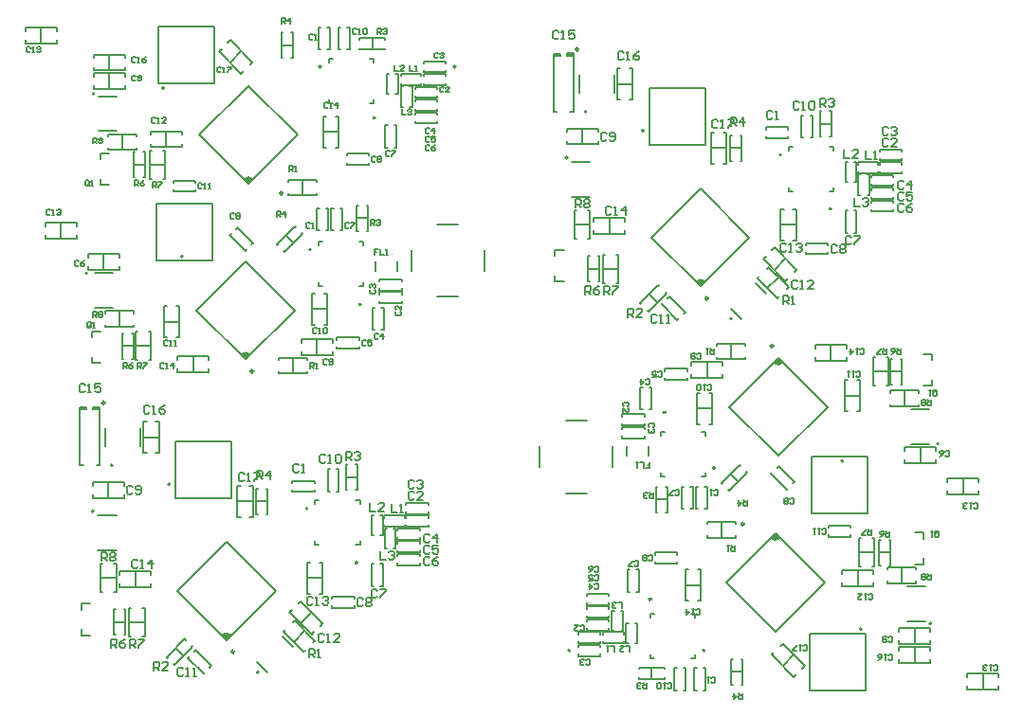
<source format=gto>
G04*
G04 #@! TF.GenerationSoftware,Altium Limited,Altium Designer,22.10.1 (41)*
G04*
G04 Layer_Color=65535*
%FSTAX24Y24*%
%MOIN*%
G70*
G04*
G04 #@! TF.SameCoordinates,A34DC46A-7450-461F-AC4F-9E147ECCBACE*
G04*
G04*
G04 #@! TF.FilePolarity,Positive*
G04*
G01*
G75*
%ADD44C,0.0080*%
%ADD72C,0.0098*%
%ADD73C,0.0079*%
%ADD74C,0.0118*%
%ADD75C,0.0059*%
%ADD76C,0.0050*%
%ADD77C,0.0060*%
%ADD78R,0.0236X0.0059*%
%ADD79R,0.0236X0.0059*%
%ADD80R,0.0236X0.0059*%
%ADD81R,0.0236X0.0059*%
%ADD82C,0.0039*%
G36*
X012027Y021982D02*
X01186Y021815D01*
X011693Y021982D01*
X011776Y022065D01*
X011943D01*
X012027Y021982D01*
D02*
G37*
G36*
X027908Y01838D02*
X027741Y018213D01*
X027574Y01838D01*
X027657Y018464D01*
X027824D01*
X027908Y01838D01*
D02*
G37*
G36*
X011927Y015811D02*
X01176Y015644D01*
X011593Y015811D01*
X011676Y015895D01*
X011843D01*
X011927Y015811D01*
D02*
G37*
G36*
X030651Y015527D02*
X030568Y015444D01*
X030401D01*
X030317Y015527D01*
X030484Y015695D01*
X030651Y015527D01*
D02*
G37*
G36*
X030551Y009357D02*
X030468Y009274D01*
X030301D01*
X030217Y009357D01*
X030384Y009524D01*
X030551Y009357D01*
D02*
G37*
G36*
X011254Y005939D02*
X011087Y005772D01*
X01092Y005939D01*
X011003Y006023D01*
X011171D01*
X011254Y005939D01*
D02*
G37*
D44*
X022631Y018379D02*
X022951D01*
X022631D02*
Y018599D01*
Y019499D02*
X022951D01*
X022631Y019279D02*
Y019499D01*
X005977Y005938D02*
X006297D01*
X005977D02*
Y006158D01*
Y007058D02*
X006297D01*
X005977Y006838D02*
Y007058D01*
X00665Y022681D02*
Y022901D01*
X00697D01*
X00665Y021781D02*
Y022001D01*
Y021781D02*
X00697D01*
X035594Y008658D02*
Y008438D01*
X035274D01*
X035594Y009558D02*
Y009338D01*
Y009558D02*
X035274D01*
X00635Y01641D02*
Y01663D01*
X00667D01*
X00635Y01551D02*
Y01573D01*
Y01551D02*
X00667D01*
X035894Y014929D02*
Y014709D01*
X035574D01*
X035894Y015829D02*
Y015609D01*
Y015829D02*
X035574D01*
D72*
X028012Y017795D02*
G03*
X028012Y017795I-000049J0D01*
G01*
X023462Y026559D02*
G03*
X023462Y026559I-000049J0D01*
G01*
X011359Y005354D02*
G03*
X011359Y005354I-000049J0D01*
G01*
X006809Y014119D02*
G03*
X006809Y014119I-000049J0D01*
G01*
X013059Y021491D02*
G03*
X013059Y021491I-000049J0D01*
G01*
X029185Y009848D02*
G03*
X029185Y009848I000049J0D01*
G01*
X012032Y015226D02*
G03*
X012032Y015226I-000049J0D01*
G01*
X030212Y016112D02*
G03*
X030212Y016112I000049J0D01*
G01*
D73*
X027908Y01838D02*
G03*
X027574Y01838I-000167J-000167D01*
G01*
X028867Y017077D02*
G03*
X028867Y017077I-000039J0D01*
G01*
X030593Y022835D02*
G03*
X030593Y022835I-000039J0D01*
G01*
X02308Y022739D02*
G03*
X02308Y022739I-000039J0D01*
G01*
X025759Y023689D02*
G03*
X025759Y023689I-000039J0D01*
G01*
X023736Y024355D02*
G03*
X023736Y024355I-000039J0D01*
G01*
X027741Y018213D02*
X029467Y019939D01*
X026015D02*
X027741Y021665D01*
X026015Y019939D02*
X027741Y018213D01*
Y021665D02*
X029467Y019939D01*
X023048Y02633D02*
X023284D01*
X023048D02*
Y026409D01*
X023166Y024361D02*
X023284D01*
X023048Y026409D02*
X023284D01*
Y024361D02*
Y026409D01*
X022586Y026323D02*
X022822D01*
Y026402D01*
X022586Y024355D02*
X022704D01*
X022586Y026402D02*
X022822D01*
X022586Y024355D02*
Y026402D01*
X011254Y005939D02*
G03*
X01092Y005939I-000167J-000167D01*
G01*
X012214Y004636D02*
G03*
X012214Y004636I-000039J0D01*
G01*
X01394Y010394D02*
G03*
X01394Y010394I-000039J0D01*
G01*
X006426Y010298D02*
G03*
X006426Y010298I-000039J0D01*
G01*
X009106Y011248D02*
G03*
X009106Y011248I-000039J0D01*
G01*
X007083Y011914D02*
G03*
X007083Y011914I-000039J0D01*
G01*
X011087Y005772D02*
X012813Y007498D01*
X009361D02*
X011087Y009224D01*
X009361Y007498D02*
X011087Y005772D01*
Y009224D02*
X012813Y007498D01*
X006395Y013889D02*
X006631D01*
X006395D02*
Y013968D01*
X006513Y01192D02*
X006631D01*
X006395Y013968D02*
X006631D01*
Y01192D02*
Y013968D01*
X005933Y013882D02*
X006169D01*
Y013961D01*
X005933Y011914D02*
X006051D01*
X005933Y013961D02*
X006169D01*
X005933Y011914D02*
Y013961D01*
X019149Y025941D02*
G03*
X019149Y025941I-000039J0D01*
G01*
X008899Y025191D02*
G03*
X008899Y025191I-000039J0D01*
G01*
X006449Y024991D02*
G03*
X006449Y024991I-000039J0D01*
G01*
X012027Y021982D02*
G03*
X011693Y021982I-000167J-000167D01*
G01*
X014413Y025937D02*
G03*
X014413Y025937I-000039J0D01*
G01*
X01186Y021815D02*
X013586Y023541D01*
X010134D02*
X01186Y025267D01*
X010134Y023541D02*
X01186Y021815D01*
Y025267D02*
X013586Y023541D01*
X023095Y005398D02*
G03*
X023095Y005398I000039J0D01*
G01*
X033345Y006148D02*
G03*
X033345Y006148I000039J0D01*
G01*
X035795Y006348D02*
G03*
X035795Y006348I000039J0D01*
G01*
X030217Y009357D02*
G03*
X030551Y009357I000167J000167D01*
G01*
X027831Y005402D02*
G03*
X027831Y005402I000039J0D01*
G01*
X030384Y009524D02*
X028658Y007798D01*
X03211D02*
X030384Y006072D01*
X03211Y007798D02*
X030384Y009524D01*
Y006072D02*
X028658Y007798D01*
X014063Y019516D02*
G03*
X014063Y019516I-000039J0D01*
G01*
X011927Y015811D02*
G03*
X011593Y015811I-000167J-000167D01*
G01*
X006199Y01867D02*
G03*
X006199Y01867I-000039J0D01*
G01*
X009549Y01927D02*
G03*
X009549Y01927I-000039J0D01*
G01*
X01176Y019096D02*
X013486Y01737D01*
X010034D02*
X01176Y015644D01*
X010034Y01737D02*
X01176Y019096D01*
Y015644D02*
X013486Y01737D01*
X028181Y011822D02*
G03*
X028181Y011822I000039J0D01*
G01*
X030317Y015527D02*
G03*
X030651Y015527I000167J000167D01*
G01*
X036045Y012669D02*
G03*
X036045Y012669I000039J0D01*
G01*
X032695Y012069D02*
G03*
X032695Y012069I000039J0D01*
G01*
X030484Y012243D02*
X028758Y013969D01*
X03221D02*
X030484Y015695D01*
X03221Y013969D02*
X030484Y012243D01*
Y015695D02*
X028758Y013969D01*
D74*
X03231Y020939D02*
G03*
X03231Y020939I-00002J0D01*
G01*
X015657Y008498D02*
G03*
X015657Y008498I-00002J0D01*
G01*
X01628Y024141D02*
G03*
X01628Y024141I-00002J0D01*
G01*
X025964Y007198D02*
G03*
X025964Y007198I00002J0D01*
G01*
X01578Y01757D02*
G03*
X01578Y01757I-00002J0D01*
G01*
X026464Y013769D02*
G03*
X026464Y013769I00002J0D01*
G01*
D75*
X034534Y021157D02*
Y021236D01*
X033747D02*
X034534D01*
X033747Y021157D02*
Y021236D01*
Y020842D02*
Y020921D01*
Y020842D02*
X034534D01*
Y020921D01*
X034834Y022957D02*
Y023036D01*
X034047D02*
X034834D01*
X034047Y022957D02*
Y023036D01*
Y022642D02*
Y022721D01*
Y022642D02*
X034834D01*
Y022721D01*
Y022507D02*
Y022586D01*
X034047D02*
X034834D01*
X034047Y022507D02*
Y022586D01*
Y022192D02*
Y022271D01*
Y022192D02*
X034834D01*
Y022271D01*
X030565Y02094D02*
X030683D01*
X030565Y019838D02*
Y02094D01*
Y019838D02*
X030683D01*
X030998D02*
X031116D01*
Y02094D01*
X030998D02*
X031116D01*
X030565Y020389D02*
X031116D01*
X032234Y019657D02*
Y019736D01*
X031447D02*
X032234D01*
X031447Y019657D02*
Y019736D01*
Y019342D02*
Y019421D01*
Y019342D02*
X032234D01*
Y019421D01*
X033159Y020095D02*
X033237D01*
Y020883D01*
X033159D02*
X033237D01*
X032844D02*
X032922D01*
X032844Y020095D02*
Y020883D01*
Y020095D02*
X032922D01*
X034534Y021607D02*
Y021686D01*
X033747D02*
X034534D01*
X033747Y021607D02*
Y021686D01*
Y021292D02*
Y021371D01*
Y021292D02*
X034534D01*
Y021371D01*
X033286Y022507D02*
Y022586D01*
X033995D01*
Y022507D02*
Y022586D01*
Y022192D02*
Y022271D01*
X033286Y022192D02*
X033995D01*
X033286D02*
Y022271D01*
X032844Y021885D02*
X032922D01*
X032844D02*
Y022593D01*
X032922D01*
X033159D02*
X033237D01*
Y021885D02*
Y022593D01*
X033159Y021885D02*
X033237D01*
X034534Y022057D02*
Y022136D01*
X033747D02*
X034534D01*
X033747Y022057D02*
Y022136D01*
Y021742D02*
Y021821D01*
Y021742D02*
X034534D01*
Y021821D01*
X033609Y022143D02*
X033687D01*
Y021435D02*
Y022143D01*
X033609Y021435D02*
X033687D01*
X033294D02*
X033372D01*
X033294D02*
Y022143D01*
X033372D01*
X031941Y024389D02*
X031991D01*
X031941Y023489D02*
Y024389D01*
Y023489D02*
X031991D01*
X032291D02*
X032341D01*
Y024389D01*
X032291D02*
X032341D01*
X031941Y023939D02*
X032341D01*
X031294Y024233D02*
X031372D01*
X031294Y023445D02*
Y024233D01*
Y023445D02*
X031372D01*
X031609D02*
X031687D01*
Y024233D01*
X031609D02*
X031687D01*
X028548Y022538D02*
X028666D01*
Y02364D01*
X028548D02*
X028666D01*
X028115D02*
X028233D01*
X028115Y022538D02*
Y02364D01*
Y022538D02*
X028233D01*
X028115Y023089D02*
X028666D01*
X025878Y017365D02*
X025914Y017329D01*
X02655Y017966D01*
X026515Y018001D02*
X02655Y017966D01*
X026267Y018249D02*
X026303Y018213D01*
X025631Y017612D02*
X026267Y018249D01*
X025631Y017612D02*
X025666Y017577D01*
X025949Y01793D02*
X026232Y017648D01*
X029956Y019184D02*
X030039Y019267D01*
X029956Y019184D02*
X030735Y018404D01*
X030819Y018488D01*
X031042Y018711D02*
X031125Y018794D01*
X030346Y019574D02*
X031125Y018794D01*
X030262Y01949D02*
X030346Y019574D01*
Y018794D02*
X030735Y019184D01*
X030096Y018144D02*
X030485Y018534D01*
X030078Y018834D02*
X030132Y018887D01*
X030839Y01818D01*
X030786Y018127D02*
X030839Y01818D01*
X030449Y017791D02*
X030503Y017844D01*
X029742Y018498D02*
X030449Y017791D01*
X029742Y018498D02*
X029796Y018551D01*
X026373Y017578D02*
X026429Y017634D01*
X026373Y017578D02*
X02693Y017021D01*
X026985Y017077D01*
X027152Y017244D02*
X027208Y0173D01*
X026651Y017857D02*
X027208Y0173D01*
X026596Y017801D02*
X026651Y017857D01*
X025092Y020496D02*
Y020615D01*
X023989D02*
X025092D01*
X023989Y020496D02*
Y020615D01*
Y020063D02*
Y020182D01*
Y020063D02*
X025092D01*
Y020182D01*
X024541Y020063D02*
Y020615D01*
X024142Y023646D02*
Y023765D01*
X023039D02*
X024142D01*
X023039Y023646D02*
Y023765D01*
Y023213D02*
Y023331D01*
Y023213D02*
X024142D01*
Y023331D01*
X023591Y023213D02*
Y023765D01*
X024315Y018839D02*
X024866D01*
X024315Y018339D02*
X024391D01*
X024315D02*
Y019339D01*
X024391D01*
X024791D02*
X024866D01*
Y018339D02*
Y019339D01*
X024791Y018339D02*
X024866D01*
X024141Y018389D02*
X024191D01*
Y019289D01*
X024141D02*
X024191D01*
X023791D02*
X023841D01*
X023791Y018389D02*
Y019289D01*
Y018389D02*
X023841D01*
X023791Y018839D02*
X024191D01*
X023315Y020389D02*
X023866D01*
X023315Y019889D02*
X023391D01*
X023315D02*
Y020889D01*
X023391D01*
X023791D02*
X023866D01*
Y019889D02*
Y020889D01*
X023791Y019889D02*
X023866D01*
X030048Y023418D02*
Y023496D01*
Y023418D02*
X030836D01*
Y023496D01*
Y023732D02*
Y023811D01*
X030048D02*
X030836D01*
X030048Y023732D02*
Y023811D01*
X029141Y022639D02*
X029191D01*
Y023539D01*
X029141D02*
X029191D01*
X028791D02*
X028841D01*
X028791Y022639D02*
Y023539D01*
Y022639D02*
X028841D01*
X028791Y023089D02*
X029191D01*
X024815Y02589D02*
X024933D01*
X024815Y024788D02*
Y02589D01*
Y024788D02*
X024933D01*
X025248D02*
X025366D01*
Y02589D01*
X025248D02*
X025366D01*
X024815Y025339D02*
X025366D01*
X017881Y008716D02*
Y008795D01*
X017093D02*
X017881D01*
X017093Y008716D02*
Y008795D01*
Y008401D02*
Y00848D01*
Y008401D02*
X017881D01*
Y00848D01*
X018181Y010516D02*
Y010595D01*
X017393D02*
X018181D01*
X017393Y010516D02*
Y010595D01*
Y010201D02*
Y01028D01*
Y010201D02*
X018181D01*
Y01028D01*
Y010066D02*
Y010145D01*
X017393D02*
X018181D01*
X017393Y010066D02*
Y010145D01*
Y009751D02*
Y00983D01*
Y009751D02*
X018181D01*
Y00983D01*
X013911Y008499D02*
X01403D01*
X013911Y007397D02*
Y008499D01*
Y007397D02*
X01403D01*
X014344D02*
X014463D01*
Y008499D01*
X014344D02*
X014463D01*
X013911Y007948D02*
X014463D01*
X015581Y007216D02*
Y007295D01*
X014793D02*
X015581D01*
X014793Y007216D02*
Y007295D01*
Y006901D02*
Y00698D01*
Y006901D02*
X015581D01*
Y00698D01*
X016505Y007654D02*
X016584D01*
Y008442D01*
X016505D02*
X016584D01*
X01619D02*
X016269D01*
X01619Y007654D02*
Y008442D01*
Y007654D02*
X016269D01*
X017881Y009166D02*
Y009245D01*
X017093D02*
X017881D01*
X017093Y009166D02*
Y009245D01*
Y008851D02*
Y00893D01*
Y008851D02*
X017881D01*
Y00893D01*
X016633Y010066D02*
Y010145D01*
X017341D01*
Y010066D02*
Y010145D01*
Y009751D02*
Y00983D01*
X016633Y009751D02*
X017341D01*
X016633D02*
Y00983D01*
X01619Y009444D02*
X016269D01*
X01619D02*
Y010152D01*
X016269D01*
X016505D02*
X016584D01*
Y009444D02*
Y010152D01*
X016505Y009444D02*
X016584D01*
X017881Y009616D02*
Y009695D01*
X017093D02*
X017881D01*
X017093Y009616D02*
Y009695D01*
Y009301D02*
Y00938D01*
Y009301D02*
X017881D01*
Y00938D01*
X016955Y009702D02*
X017034D01*
Y008994D02*
Y009702D01*
X016955Y008994D02*
X017034D01*
X01664D02*
X016719D01*
X01664D02*
Y009702D01*
X016719D01*
X015287Y011948D02*
X015337D01*
X015287Y011048D02*
Y011948D01*
Y011048D02*
X015337D01*
X015637D02*
X015687D01*
Y011948D01*
X015637D02*
X015687D01*
X015287Y011498D02*
X015687D01*
X01464Y011792D02*
X014719D01*
X01464Y011004D02*
Y011792D01*
Y011004D02*
X014719D01*
X014955D02*
X015034D01*
Y011792D01*
X014955D02*
X015034D01*
X011894Y010097D02*
X012013D01*
Y011199D01*
X011894D02*
X012013D01*
X011461D02*
X01158D01*
X011461Y010097D02*
Y011199D01*
Y010097D02*
X01158D01*
X011461Y010648D02*
X012013D01*
X009225Y004924D02*
X00926Y004888D01*
X009897Y005525D01*
X009861Y00556D02*
X009897Y005525D01*
X009614Y005808D02*
X009649Y005772D01*
X008977Y005171D02*
X009614Y005808D01*
X008977Y005171D02*
X009013Y005136D01*
X009296Y005489D02*
X009578Y005207D01*
X013302Y006743D02*
X013386Y006826D01*
X013302Y006743D02*
X014082Y005963D01*
X014165Y006047D01*
X014388Y00627D02*
X014472Y006353D01*
X013692Y007133D02*
X014472Y006353D01*
X013609Y007049D02*
X013692Y007133D01*
Y006353D02*
X014082Y006743D01*
X013442Y005703D02*
X013832Y006093D01*
X013425Y006393D02*
X013478Y006446D01*
X014185Y005739D01*
X014132Y005686D02*
X014185Y005739D01*
X013796Y00535D02*
X013849Y005403D01*
X013089Y006057D02*
X013796Y00535D01*
X013089Y006057D02*
X013142Y00611D01*
X009719Y005137D02*
X009775Y005193D01*
X009719Y005137D02*
X010276Y00458D01*
X010332Y004636D01*
X010499Y004803D02*
X010555Y004859D01*
X009998Y005416D02*
X010555Y004859D01*
X009942Y00536D02*
X009998Y005416D01*
X008438Y008056D02*
Y008174D01*
X007336D02*
X008438D01*
X007336Y008056D02*
Y008174D01*
Y007622D02*
Y007741D01*
Y007622D02*
X008438D01*
Y007741D01*
X007887Y007622D02*
Y008174D01*
X007488Y011206D02*
Y011324D01*
X006386D02*
X007488D01*
X006386Y011206D02*
Y011324D01*
Y010772D02*
Y010891D01*
Y010772D02*
X007488D01*
Y010891D01*
X006937Y010772D02*
Y011324D01*
X007661Y006398D02*
X008213D01*
X007661Y005898D02*
X007737D01*
X007661D02*
Y006898D01*
X007737D01*
X008137D02*
X008213D01*
Y005898D02*
Y006898D01*
X008137Y005898D02*
X008213D01*
X007487Y005948D02*
X007537D01*
Y006848D01*
X007487D02*
X007537D01*
X007137D02*
X007187D01*
X007137Y005948D02*
Y006848D01*
Y005948D02*
X007187D01*
X007137Y006398D02*
X007537D01*
X006661Y007948D02*
X007213D01*
X006661Y007448D02*
X006737D01*
X006661D02*
Y008448D01*
X006737D01*
X007137D02*
X007213D01*
Y007448D02*
Y008448D01*
X007137Y007448D02*
X007213D01*
X013395Y010977D02*
Y011055D01*
Y010977D02*
X014182D01*
Y011055D01*
Y011292D02*
Y01137D01*
X013395D02*
X014182D01*
X013395Y011292D02*
Y01137D01*
X012487Y010198D02*
X012537D01*
Y011098D01*
X012487D02*
X012537D01*
X012137D02*
X012187D01*
X012137Y010198D02*
Y011098D01*
Y010198D02*
X012187D01*
X012137Y010648D02*
X012537D01*
X008161Y013449D02*
X00828D01*
X008161Y012347D02*
Y013449D01*
Y012347D02*
X00828D01*
X008594D02*
X008713D01*
Y013449D01*
X008594D02*
X008713D01*
X008161Y012898D02*
X008713D01*
X00896Y023115D02*
Y023666D01*
X009511Y023115D02*
Y023233D01*
X008409Y023115D02*
X009511D01*
X008409D02*
Y023233D01*
Y023548D02*
Y023666D01*
X009511D01*
Y023548D02*
Y023666D01*
X015328Y027334D02*
X015407D01*
Y026547D02*
Y027334D01*
X015328Y026547D02*
X015407D01*
X015013D02*
X015092D01*
X015013D02*
Y027334D01*
X015092D01*
X01621Y026541D02*
Y026941D01*
X01666Y026541D02*
Y026591D01*
X01576Y026541D02*
X01666D01*
X01576D02*
Y026591D01*
Y026891D02*
Y026941D01*
X01666D01*
Y026891D02*
Y026941D01*
X014628Y027334D02*
X014707D01*
Y026547D02*
Y027334D01*
X014628Y026547D02*
X014707D01*
X014313D02*
X014392D01*
X014313D02*
Y027334D01*
X014392D01*
X016663Y023097D02*
X016742D01*
X016663D02*
Y023884D01*
X016742D01*
X016978D02*
X017057D01*
Y023097D02*
Y023884D01*
X016978Y023097D02*
X017057D01*
X016104Y022494D02*
Y022572D01*
X015316Y022494D02*
X016104D01*
X015316D02*
Y022572D01*
Y022809D02*
Y022887D01*
X016104D01*
Y022809D02*
Y022887D01*
X00456Y026765D02*
Y027316D01*
X005111Y026765D02*
Y026883D01*
X004009Y026765D02*
X005111D01*
X004009D02*
Y026883D01*
Y027198D02*
Y027316D01*
X005111D01*
Y027198D02*
Y027316D01*
X011215Y026096D02*
X011605Y026485D01*
Y025706D02*
X011688Y025789D01*
X010825Y026485D02*
X011605Y025706D01*
X010825Y026485D02*
X010909Y026569D01*
X011132Y026792D02*
X011215Y026875D01*
X011995Y026096D01*
X011911Y026012D02*
X011995Y026096D01*
X018504Y023944D02*
Y024022D01*
X017716Y023944D02*
X018504D01*
X017716D02*
Y024022D01*
Y024259D02*
Y024337D01*
X018504D01*
Y024259D02*
Y024337D01*
Y024394D02*
Y024472D01*
X017716Y024394D02*
X018504D01*
X017716D02*
Y024472D01*
Y024709D02*
Y024787D01*
X018504D01*
Y024709D02*
Y024787D01*
Y024844D02*
Y024922D01*
X017716Y024844D02*
X018504D01*
X017716D02*
Y024922D01*
Y025159D02*
Y025237D01*
X018504D01*
Y025159D02*
Y025237D01*
X017206Y025294D02*
Y025372D01*
Y025294D02*
X017914D01*
Y025372D01*
Y025609D02*
Y025687D01*
X017206D02*
X017914D01*
X017206Y025609D02*
Y025687D01*
X018804Y025744D02*
Y025822D01*
X018016Y025744D02*
X018804D01*
X018016D02*
Y025822D01*
Y026059D02*
Y026137D01*
X018804D01*
Y026059D02*
Y026137D01*
Y025294D02*
Y025372D01*
X018016Y025294D02*
X018804D01*
X018016D02*
Y025372D01*
Y025609D02*
Y025687D01*
X018804D01*
Y025609D02*
Y025687D01*
X017213Y025245D02*
X017292D01*
X017213Y024536D02*
Y025245D01*
Y024536D02*
X017292D01*
X017528D02*
X017607D01*
Y025245D01*
X017528D02*
X017607D01*
X017028Y024986D02*
X017107D01*
Y025695D01*
X017028D02*
X017107D01*
X016713D02*
X016792D01*
X016713Y024986D02*
Y025695D01*
Y024986D02*
X016792D01*
X00816Y022041D02*
X00821Y022041D01*
Y022941D01*
X00816Y022941D02*
X00821Y022941D01*
X00781D02*
X00786Y022941D01*
X00781Y022041D02*
X00781Y022941D01*
X00781Y022041D02*
X00786Y022041D01*
X00781Y022491D02*
X00821D01*
X009216Y021859D02*
Y021937D01*
X010004D01*
Y021859D02*
Y021937D01*
Y021544D02*
Y021622D01*
X009216Y021544D02*
X010004D01*
X009216D02*
Y021622D01*
X008384Y022491D02*
X008936D01*
X008384Y021991D02*
X00846D01*
X008384D02*
Y022991D01*
X00846D01*
X00886Y022991D02*
X008936Y022991D01*
X008936Y021991D01*
X00886D02*
X008936D01*
X00691Y023015D02*
Y023091D01*
Y023015D02*
X00791D01*
Y023091D01*
Y023491D02*
Y023566D01*
X00691D02*
X00791D01*
X00691Y023491D02*
Y023566D01*
X00741Y023015D02*
Y023566D01*
X00696Y025165D02*
Y025716D01*
X007511Y025165D02*
Y025283D01*
X006409Y025165D02*
X007511D01*
X006409D02*
Y025283D01*
Y025598D02*
Y025716D01*
X007511D01*
Y025598D02*
Y025716D01*
X00696Y025815D02*
Y026366D01*
X006409Y026248D02*
Y026366D01*
X007511D01*
Y026248D02*
Y026366D01*
Y025815D02*
Y025933D01*
X006409Y025815D02*
X007511D01*
X006409D02*
Y025933D01*
X01376Y021415D02*
Y021966D01*
X01326Y021891D02*
Y021966D01*
X01426D01*
Y021891D02*
Y021966D01*
Y021415D02*
Y021491D01*
X01326Y021415D02*
X01426D01*
X01326D02*
Y021491D01*
X01301Y027141D02*
X01306D01*
X01301Y026241D02*
Y027141D01*
Y026241D02*
X01306D01*
X01336D02*
X01341D01*
Y027141D01*
X01336D02*
X01341D01*
X01301Y026691D02*
X01341D01*
X014484Y024192D02*
X014602D01*
X014484Y023089D02*
Y024192D01*
Y023089D02*
X014602D01*
X014917D02*
X015036D01*
Y024192D01*
X014917D02*
X015036D01*
X014484Y023641D02*
X015036D01*
X033284Y008224D02*
Y007672D01*
X032733Y008224D02*
Y008106D01*
X033835Y008224D02*
X032733D01*
X033835D02*
Y008106D01*
Y007791D02*
Y007672D01*
X032733D01*
Y007791D02*
Y007672D01*
X026916Y004004D02*
X026837D01*
Y004792D02*
Y004004D01*
X026916Y004792D02*
X026837D01*
X027231D02*
X027152D01*
X027231D02*
Y004004D01*
X027152D01*
X026034Y004798D02*
Y004398D01*
X025584Y004798D02*
Y004748D01*
X026484Y004798D02*
X025584D01*
X026484D02*
Y004748D01*
Y004448D02*
Y004398D01*
X025584D01*
Y004448D02*
Y004398D01*
X027616Y004004D02*
X027537D01*
Y004792D02*
Y004004D01*
X027616Y004792D02*
X027537D01*
X027931D02*
X027852D01*
X027931D02*
Y004004D01*
X027852D01*
X025581Y008242D02*
X025502D01*
X025581D02*
Y007454D01*
X025502D01*
X025266D02*
X025187D01*
Y008242D02*
Y007454D01*
X025266Y008242D02*
X025187D01*
X02614Y008845D02*
Y008766D01*
X026928Y008845D02*
X02614D01*
X026928D02*
Y008766D01*
Y00853D02*
Y008451D01*
X02614D01*
Y00853D02*
Y008451D01*
X037684Y004574D02*
Y004022D01*
X037133Y004574D02*
Y004456D01*
X038235Y004574D02*
X037133D01*
X038235D02*
Y004456D01*
Y004141D02*
Y004022D01*
X037133D01*
Y004141D02*
Y004022D01*
X031029Y005243D02*
X030639Y004853D01*
Y005633D02*
X030556Y005549D01*
X031419Y004853D02*
X030639Y005633D01*
X031419Y004853D02*
X031335Y00477D01*
X031113Y004547D02*
X031029Y004463D01*
X03025Y005243D01*
X030333Y005326D02*
X03025Y005243D01*
X02374Y007395D02*
Y007316D01*
X024528Y007395D02*
X02374D01*
X024528D02*
Y007316D01*
Y00708D02*
Y007001D01*
X02374D01*
Y00708D02*
Y007001D01*
Y006945D02*
Y006866D01*
X024528Y006945D02*
X02374D01*
X024528D02*
Y006866D01*
Y00663D02*
Y006551D01*
X02374D01*
Y00663D02*
Y006551D01*
Y006495D02*
Y006416D01*
X024528Y006495D02*
X02374D01*
X024528D02*
Y006416D01*
Y00618D02*
Y006101D01*
X02374D01*
Y00618D02*
Y006101D01*
X025039Y006045D02*
Y005966D01*
Y006045D02*
X02433D01*
Y005966D01*
Y00573D02*
Y005651D01*
X025039D02*
X02433D01*
X025039Y00573D02*
Y005651D01*
X02344Y005595D02*
Y005516D01*
X024228Y005595D02*
X02344D01*
X024228D02*
Y005516D01*
Y00528D02*
Y005201D01*
X02344D01*
Y00528D02*
Y005201D01*
Y006045D02*
Y005966D01*
X024228Y006045D02*
X02344D01*
X024228D02*
Y005966D01*
Y00573D02*
Y005651D01*
X02344D01*
Y00573D02*
Y005651D01*
X025031Y006094D02*
X024952D01*
X025031Y006802D02*
Y006094D01*
Y006802D02*
X024952D01*
X024716D02*
X024637D01*
Y006094D01*
X024716D02*
X024637D01*
X025216Y006352D02*
X025137D01*
Y005644D01*
X025216D02*
X025137D01*
X025531D02*
X025452D01*
X025531Y006352D02*
Y005644D01*
Y006352D02*
X025452D01*
X034084Y009298D02*
X034034Y009298D01*
Y008398D01*
X034084Y008398D02*
X034034Y008398D01*
X034434D02*
X034384Y008398D01*
X034434Y009298D02*
X034434Y008398D01*
X034434Y009298D02*
X034384Y009298D01*
X034434Y008848D02*
X034034D01*
X033028Y00948D02*
Y009401D01*
X03224D01*
Y00948D02*
Y009401D01*
Y009795D02*
Y009716D01*
X033028Y009795D02*
X03224D01*
X033028D02*
Y009716D01*
X03386Y008848D02*
X033309D01*
X03386Y009348D02*
X033784D01*
X03386D02*
Y008348D01*
X033784D01*
X033384Y008348D02*
X033309Y008348D01*
X033309Y009348D01*
X033384D02*
X033309D01*
X035334Y008324D02*
Y008248D01*
Y008324D02*
X034334D01*
Y008248D01*
Y007848D02*
Y007772D01*
X035334D02*
X034334D01*
X035334Y007848D02*
Y007772D01*
X034834Y008324D02*
Y007772D01*
X035284Y006174D02*
Y005622D01*
X034733Y006174D02*
Y006056D01*
X035835Y006174D02*
X034733D01*
X035835D02*
Y006056D01*
Y005741D02*
Y005622D01*
X034733D01*
Y005741D02*
Y005622D01*
X035284Y005524D02*
Y004972D01*
X035835Y005091D02*
Y004972D01*
X034733D01*
Y005091D02*
Y004972D01*
Y005524D02*
Y005406D01*
X035835Y005524D02*
X034733D01*
X035835D02*
Y005406D01*
X028484Y009924D02*
Y009372D01*
X028984Y009448D02*
Y009372D01*
X027984D01*
Y009448D02*
Y009372D01*
Y009924D02*
Y009848D01*
X028984Y009924D02*
X027984D01*
X028984D02*
Y009848D01*
X029234Y004198D02*
X029184D01*
X029234Y005098D02*
Y004198D01*
Y005098D02*
X029184D01*
X028884D02*
X028834D01*
Y004198D01*
X028884D02*
X028834D01*
X029234Y004648D02*
X028834D01*
X02776Y007147D02*
X027642D01*
X02776Y008249D02*
Y007147D01*
Y008249D02*
X027642D01*
X027327D02*
X027209D01*
Y007147D01*
X027327D02*
X027209D01*
X02776Y007698D02*
X027209D01*
X014084Y01742D02*
X014636D01*
X014517Y017971D02*
X014636D01*
Y016869D02*
Y017971D01*
X014517Y016869D02*
X014636D01*
X014084D02*
X014202D01*
X014084D02*
Y017971D01*
X014202D01*
X014763Y020964D02*
X014842D01*
X014763Y020176D02*
Y020964D01*
Y020176D02*
X014842D01*
X015078D02*
X015157D01*
Y020964D01*
X015078D02*
X015157D01*
X013709Y015794D02*
Y015913D01*
Y015794D02*
X014811D01*
Y015913D01*
Y016228D02*
Y016346D01*
X013709D02*
X014811D01*
X013709Y016228D02*
Y016346D01*
X01426Y015794D02*
Y016346D01*
X014263Y020964D02*
X014342D01*
X014263Y020176D02*
Y020964D01*
Y020176D02*
X014342D01*
X014578D02*
X014657D01*
Y020964D01*
X014578D02*
X014657D01*
X017254Y018073D02*
Y018152D01*
X016466Y018073D02*
X017254D01*
X016466D02*
Y018152D01*
Y018388D02*
Y018467D01*
X017254D01*
Y018388D02*
Y018467D01*
Y017623D02*
Y017702D01*
X016466Y017623D02*
X017254D01*
X016466D02*
Y017702D01*
Y017938D02*
Y018017D01*
X017254D01*
Y017938D02*
Y018017D01*
X01566Y02062D02*
X01606D01*
X01601Y02107D02*
X01606D01*
Y02017D02*
Y02107D01*
X01601Y02017D02*
X01606D01*
X01566D02*
X01571D01*
X01566D02*
Y02107D01*
X01571D01*
X016213Y016676D02*
X016292D01*
X016213D02*
Y017464D01*
X016292D01*
X016528D02*
X016607D01*
Y016676D02*
Y017464D01*
X016528Y016676D02*
X016607D01*
X015754Y016023D02*
Y016102D01*
X014966Y016023D02*
X015754D01*
X014966D02*
Y016102D01*
Y016338D02*
Y016417D01*
X015754D01*
Y016338D02*
Y016417D01*
X00991Y015194D02*
Y015746D01*
X010461Y015194D02*
Y015313D01*
X009359Y015194D02*
X010461D01*
X009359D02*
Y015313D01*
Y015628D02*
Y015746D01*
X010461D01*
Y015628D02*
Y015746D01*
X008884Y01697D02*
X009436D01*
X009317Y017521D02*
X009436D01*
Y016419D02*
Y017521D01*
X009317Y016419D02*
X009436D01*
X008884D02*
X009002D01*
X008884D02*
Y017521D01*
X009002D01*
X01291Y015144D02*
Y01522D01*
Y015144D02*
X01391D01*
Y01522D01*
Y01562D02*
Y015696D01*
X01291D02*
X01391D01*
X01291Y01562D02*
Y015696D01*
X01341Y015144D02*
Y015696D01*
X00836Y01562D02*
X008436D01*
Y01662D01*
X00836D02*
X008436D01*
X007884D02*
X00796D01*
X007884Y01562D02*
Y01662D01*
Y01562D02*
X00796D01*
X007884Y01612D02*
X008436D01*
X00741D02*
X00781D01*
X00741Y01567D02*
X00746D01*
X00741D02*
Y01657D01*
X00746D01*
X00776D02*
X00781D01*
Y01567D02*
Y01657D01*
X00776Y01567D02*
X00781D01*
X00681Y016794D02*
Y01687D01*
Y016794D02*
X00781D01*
Y01687D01*
Y01727D02*
Y017346D01*
X00681D02*
X00781D01*
X00681Y01727D02*
Y017346D01*
X00731Y016794D02*
Y017346D01*
X00676Y018794D02*
Y019346D01*
X007311Y018794D02*
Y018913D01*
X006209Y018794D02*
X007311D01*
X006209D02*
Y018913D01*
Y019228D02*
Y019346D01*
X007311D01*
Y019228D02*
Y019346D01*
X013487Y02033D02*
X013522Y020294D01*
X01285Y019693D02*
X013487Y02033D01*
X01285Y019693D02*
X012886Y019658D01*
X013098Y019446D02*
X013133Y01941D01*
X01377Y020047D01*
X013734Y020082D02*
X01377Y020047D01*
X013168Y020011D02*
X013451Y019729D01*
X011192Y020009D02*
X011248Y020065D01*
X011192Y020009D02*
X011749Y019452D01*
X011805Y019508D01*
X011972Y019675D02*
X012027Y019731D01*
X011471Y020288D02*
X012027Y019731D01*
X011415Y020232D02*
X011471Y020288D01*
X005811Y020328D02*
Y020446D01*
X004709D02*
X005811D01*
X004709Y020328D02*
Y020446D01*
Y019894D02*
Y020013D01*
Y019894D02*
X005811D01*
Y020013D01*
X00526Y019894D02*
Y020446D01*
X02816Y013919D02*
X027609D01*
X027727Y013367D02*
X027609D01*
Y01447D02*
Y013367D01*
X027727Y01447D02*
X027609D01*
X02816D02*
X028042D01*
X02816D02*
Y013367D01*
X028042D01*
X027481Y010375D02*
X027402D01*
X027481Y011162D02*
Y010375D01*
Y011162D02*
X027402D01*
X027166D02*
X027087D01*
Y010375D01*
X027166D02*
X027087D01*
X028535Y015544D02*
Y015426D01*
Y015544D02*
X027433D01*
Y015426D01*
Y015111D02*
Y014993D01*
X028535D02*
X027433D01*
X028535Y015111D02*
Y014993D01*
X027984Y015544D02*
Y014993D01*
X027981Y010375D02*
X027902D01*
X027981Y011162D02*
Y010375D01*
Y011162D02*
X027902D01*
X027666D02*
X027587D01*
Y010375D01*
X027666D02*
X027587D01*
X02499Y013265D02*
Y013187D01*
X025778Y013265D02*
X02499D01*
X025778D02*
Y013187D01*
Y01295D02*
Y012872D01*
X02499D01*
Y01295D02*
Y012872D01*
Y013715D02*
Y013637D01*
X025778Y013715D02*
X02499D01*
X025778D02*
Y013637D01*
Y0134D02*
Y013322D01*
X02499D01*
Y0134D02*
Y013322D01*
X026584Y010719D02*
X026184D01*
X026234Y010269D02*
X026184D01*
Y011169D02*
Y010269D01*
X026234Y011169D02*
X026184D01*
X026584D02*
X026534D01*
X026584D02*
Y010269D01*
X026534D01*
X026031Y014662D02*
X025952D01*
X026031D02*
Y013875D01*
X025952D01*
X025716D02*
X025637D01*
Y014662D02*
Y013875D01*
X025716Y014662D02*
X025637D01*
X02649Y015315D02*
Y015237D01*
X027278Y015315D02*
X02649D01*
X027278D02*
Y015237D01*
Y015D02*
Y014922D01*
X02649D01*
Y015D02*
Y014922D01*
X032334Y016144D02*
Y015593D01*
X031783Y016144D02*
Y016026D01*
X032885Y016144D02*
X031783D01*
X032885D02*
Y016026D01*
Y015711D02*
Y015593D01*
X031783D01*
Y015711D02*
Y015593D01*
X03336Y014369D02*
X032809D01*
X032927Y013817D02*
X032809D01*
Y01492D02*
Y013817D01*
X032927Y01492D02*
X032809D01*
X03336D02*
X033242D01*
X03336D02*
Y013817D01*
X033242D01*
X029334Y016194D02*
Y016119D01*
Y016194D02*
X028334D01*
Y016119D01*
Y015719D02*
Y015643D01*
X029334D02*
X028334D01*
X029334Y015719D02*
Y015643D01*
X028834Y016194D02*
Y015643D01*
X033884Y015719D02*
X033809D01*
Y014719D01*
X033884D02*
X033809D01*
X03436D02*
X034284D01*
X03436Y015719D02*
Y014719D01*
Y015719D02*
X034284D01*
X03436Y015219D02*
X033809D01*
X034834D02*
X034434D01*
X034834Y015669D02*
X034784D01*
X034834D02*
Y014769D01*
X034784D01*
X034484D02*
X034434D01*
Y015669D02*
Y014769D01*
X034484Y015669D02*
X034434D01*
X035434Y014544D02*
Y014469D01*
Y014544D02*
X034434D01*
Y014469D01*
Y014069D02*
Y013993D01*
X035434D02*
X034434D01*
X035434Y014069D02*
Y013993D01*
X034934Y014544D02*
Y013993D01*
X035484Y012544D02*
Y011993D01*
X034933Y012544D02*
Y012426D01*
X036035Y012544D02*
X034933D01*
X036035D02*
Y012426D01*
Y012111D02*
Y011993D01*
X034933D01*
Y012111D02*
Y011993D01*
X028757Y011009D02*
X028722Y011044D01*
X029394Y011645D02*
X028757Y011009D01*
X029394Y011645D02*
X029358Y011681D01*
X029146Y011893D02*
X029111Y011928D01*
X028475Y011292D01*
X02851Y011256D02*
X028475Y011292D01*
X029076Y011327D02*
X028793Y01161D01*
X031052Y011329D02*
X030996Y011274D01*
X031052Y011329D02*
X030495Y011886D01*
X030439Y01183D01*
X030272Y011663D02*
X030217Y011608D01*
X030773Y011051D02*
X030217Y011608D01*
X030829Y011107D02*
X030773Y011051D01*
X036433Y011011D02*
Y010893D01*
X037535D02*
X036433D01*
X037535Y011011D02*
Y010893D01*
Y011444D02*
Y011326D01*
Y011444D02*
X036433D01*
Y011326D01*
X036984Y011444D02*
Y010893D01*
D76*
X029705Y018315D02*
X030067Y017953D01*
X028814Y017425D02*
X029176Y017063D01*
X03229Y021552D02*
X032428D01*
X03229Y023126D02*
X032428D01*
X030853Y021552D02*
X030991D01*
X030853Y023126D02*
X030991D01*
X032428Y021552D02*
Y021689D01*
Y022989D02*
Y023126D01*
X030853Y021552D02*
Y021689D01*
Y022989D02*
Y023126D01*
X023221Y022605D02*
X02386D01*
X023221Y021373D02*
X02386D01*
X025956Y023189D02*
X027925D01*
X025956D02*
Y025189D01*
X027925D01*
Y023189D02*
Y025189D01*
X023475Y025024D02*
Y025654D01*
X024706Y025024D02*
Y025654D01*
X013051Y005874D02*
X013413Y005512D01*
X012161Y004984D02*
X012523Y004622D01*
X015637Y009111D02*
X015774D01*
X015637Y010685D02*
X015774D01*
X0142Y009111D02*
X014337D01*
X0142Y010685D02*
X014337D01*
X015774Y009111D02*
Y009248D01*
Y010548D02*
Y010685D01*
X0142Y009111D02*
Y009248D01*
Y010548D02*
Y010685D01*
X006567Y010164D02*
X007207D01*
X006567Y008932D02*
X007207D01*
X009303Y010748D02*
X011271D01*
X009303D02*
Y012748D01*
X011271D01*
Y010748D02*
Y012748D01*
X006821Y012583D02*
Y013213D01*
X008053Y012583D02*
Y013213D01*
X010644Y025341D02*
Y027341D01*
X008676D02*
X010644D01*
X008676Y025341D02*
Y027341D01*
Y025341D02*
X010644D01*
X00659Y024907D02*
X00723D01*
X00659Y023674D02*
X00723D01*
X01611Y024653D02*
X016247D01*
X01611Y026228D02*
X016247D01*
X014673Y024653D02*
X01481D01*
X014673Y026228D02*
X01481D01*
X016247Y024653D02*
Y024791D01*
Y02609D02*
Y026228D01*
X014673Y024653D02*
Y024791D01*
Y02609D02*
Y026228D01*
X0316Y005998D02*
Y003998D01*
X033568D02*
X0316D01*
X033568Y005998D02*
Y003998D01*
Y005998D02*
X0316D01*
X035654Y006432D02*
X035014D01*
X035654Y007664D02*
X035014D01*
X026135Y006685D02*
X025997D01*
X026135Y005111D02*
X025997D01*
X027572Y006685D02*
X027434D01*
X027572Y005111D02*
X027434D01*
X025997Y006685D02*
Y006548D01*
Y005248D02*
Y005111D01*
X027572Y006685D02*
Y006548D01*
Y005248D02*
Y005111D01*
X016338Y018763D02*
Y019078D01*
X017082Y018763D02*
Y019078D01*
X014323Y01967D02*
Y019807D01*
Y018233D02*
Y01837D01*
X015897Y01967D02*
Y019807D01*
Y018233D02*
Y01837D01*
X014323Y019807D02*
X01446D01*
X014323Y018233D02*
X01446D01*
X01576Y019807D02*
X015897D01*
X01576Y018233D02*
X015897D01*
X018486Y0204D02*
X019234D01*
X01758Y018746D02*
Y019494D01*
X018486Y017841D02*
X019234D01*
X020139Y018746D02*
Y019494D01*
X00644Y017454D02*
X00708D01*
X00644Y018686D02*
X00708D01*
X008626Y01912D02*
X010594D01*
X008626D02*
Y02112D01*
X010594D01*
Y01912D02*
Y02112D01*
X025906Y012576D02*
Y012261D01*
X025162Y012576D02*
Y012261D01*
X027922Y011669D02*
Y011531D01*
Y013106D02*
Y012968D01*
X026347Y011669D02*
Y011531D01*
Y013106D02*
Y012968D01*
X027922Y011531D02*
X027784D01*
X027922Y013106D02*
X027784D01*
X026485Y011531D02*
X026347D01*
X026485Y013106D02*
X026347D01*
X023758Y010939D02*
X02301D01*
X024664Y012593D02*
Y011845D01*
X023758Y013498D02*
X02301D01*
X022105Y012593D02*
Y011845D01*
X035804Y013885D02*
X035164D01*
X035804Y012652D02*
X035164D01*
X033618Y012219D02*
X03165D01*
X033618D02*
Y010219D01*
X03165D01*
Y012219D02*
Y010219D01*
D77*
X030766Y019689D02*
X030716Y019739D01*
X030616D01*
X030566Y019689D01*
Y019489D01*
X030616Y019439D01*
X030716D01*
X030766Y019489D01*
X030866Y019439D02*
X030966D01*
X030916D01*
Y019739D01*
X030866Y019689D01*
X031116D02*
X031165Y019739D01*
X031265D01*
X031315Y019689D01*
Y019639D01*
X031265Y019589D01*
X031215D01*
X031265D01*
X031315Y019539D01*
Y019489D01*
X031265Y019439D01*
X031165D01*
X031116Y019489D01*
X023341Y020989D02*
Y021289D01*
X023491D01*
X023541Y021239D01*
Y021139D01*
X023491Y021089D01*
X023341D01*
X023441D02*
X023541Y020989D01*
X023641Y021239D02*
X023691Y021289D01*
X02379D01*
X02384Y021239D01*
Y021189D01*
X02379Y021139D01*
X02384Y021089D01*
Y021039D01*
X02379Y020989D01*
X023691D01*
X023641Y021039D01*
Y021089D01*
X023691Y021139D01*
X023641Y021189D01*
Y021239D01*
X023691Y021139D02*
X02379D01*
X024341Y017939D02*
Y018239D01*
X024491D01*
X024541Y018189D01*
Y018089D01*
X024491Y018039D01*
X024341D01*
X024441D02*
X024541Y017939D01*
X024641Y018239D02*
X02484D01*
Y018189D01*
X024641Y017989D01*
Y017939D01*
X023691D02*
Y018239D01*
X023841D01*
X023891Y018189D01*
Y018089D01*
X023841Y018039D01*
X023691D01*
X023791D02*
X023891Y017939D01*
X02419Y018239D02*
X02409Y018189D01*
X023991Y018089D01*
Y017989D01*
X024041Y017939D01*
X02414D01*
X02419Y017989D01*
Y018039D01*
X02414Y018089D01*
X023991D01*
X028811Y023849D02*
Y024149D01*
X02896D01*
X02901Y024099D01*
Y023999D01*
X02896Y023949D01*
X028811D01*
X028911D02*
X02901Y023849D01*
X02926D02*
Y024149D01*
X02911Y023999D01*
X02931D01*
X031941Y024539D02*
Y024839D01*
X032091D01*
X032141Y024789D01*
Y024689D01*
X032091Y024639D01*
X031941D01*
X032041D02*
X032141Y024539D01*
X032241Y024789D02*
X032291Y024839D01*
X03239D01*
X03244Y024789D01*
Y024739D01*
X03239Y024689D01*
X032341D01*
X03239D01*
X03244Y024639D01*
Y024589D01*
X03239Y024539D01*
X032291D01*
X032241Y024589D01*
X025191Y017139D02*
Y017439D01*
X025341D01*
X025391Y017389D01*
Y017289D01*
X025341Y017239D01*
X025191D01*
X025291D02*
X025391Y017139D01*
X02569D02*
X025491D01*
X02569Y017339D01*
Y017389D01*
X02564Y017439D01*
X025541D01*
X025491Y017389D01*
X030641Y017589D02*
Y017889D01*
X030791D01*
X030841Y017839D01*
Y017739D01*
X030791Y017689D01*
X030641D01*
X030741D02*
X030841Y017589D01*
X030941D02*
X03104D01*
X030991D01*
Y017889D01*
X030941Y017839D01*
X033141Y021339D02*
Y021039D01*
X033341D01*
X033441Y021289D02*
X033491Y021339D01*
X03359D01*
X03364Y021289D01*
Y021239D01*
X03359Y021189D01*
X03354D01*
X03359D01*
X03364Y021139D01*
Y021089D01*
X03359Y021039D01*
X033491D01*
X033441Y021089D01*
X032791Y023039D02*
Y022739D01*
X032991D01*
X03329D02*
X033091D01*
X03329Y022939D01*
Y022989D01*
X03324Y023039D01*
X033141D01*
X033091Y022989D01*
X033541Y022989D02*
Y022689D01*
X033741D01*
X033841D02*
X03394D01*
X033891D01*
Y022989D01*
X033841Y022939D01*
X028366Y024039D02*
X028316Y024089D01*
X028216D01*
X028166Y024039D01*
Y023839D01*
X028216Y023789D01*
X028316D01*
X028366Y023839D01*
X028466Y023789D02*
X028566D01*
X028516D01*
Y024089D01*
X028466Y024039D01*
X028716Y024089D02*
X028915D01*
Y024039D01*
X028716Y023839D01*
Y023789D01*
X02504Y026429D02*
X02499Y026479D01*
X024891D01*
X024841Y026429D01*
Y026229D01*
X024891Y026179D01*
X02499D01*
X02504Y026229D01*
X02514Y026179D02*
X02524D01*
X02519D01*
Y026479D01*
X02514Y026429D01*
X02559Y026479D02*
X02549Y026429D01*
X02539Y026329D01*
Y026229D01*
X02544Y026179D01*
X02554D01*
X02559Y026229D01*
Y026279D01*
X02554Y026329D01*
X02539D01*
X02276Y027169D02*
X02271Y027219D01*
X022611D01*
X022561Y027169D01*
Y026969D01*
X022611Y026919D01*
X02271D01*
X02276Y026969D01*
X02286Y026919D02*
X02296D01*
X02291D01*
Y027219D01*
X02286Y027169D01*
X02331Y027219D02*
X02311D01*
Y027069D01*
X02321Y027119D01*
X02326D01*
X02331Y027069D01*
Y026969D01*
X02326Y026919D01*
X02316D01*
X02311Y026969D01*
X024616Y020989D02*
X024566Y021039D01*
X024466D01*
X024416Y020989D01*
Y020789D01*
X024466Y020739D01*
X024566D01*
X024616Y020789D01*
X024716Y020739D02*
X024816D01*
X024766D01*
Y021039D01*
X024716Y020989D01*
X025115Y020739D02*
Y021039D01*
X024966Y020889D01*
X025165D01*
X031166Y018389D02*
X031116Y018439D01*
X031016D01*
X030966Y018389D01*
Y018189D01*
X031016Y018139D01*
X031116D01*
X031166Y018189D01*
X031266Y018139D02*
X031366D01*
X031316D01*
Y018439D01*
X031266Y018389D01*
X031715Y018139D02*
X031516D01*
X031715Y018339D01*
Y018389D01*
X031665Y018439D01*
X031565D01*
X031516Y018389D01*
X026216Y017189D02*
X026166Y017239D01*
X026066D01*
X026016Y017189D01*
Y016989D01*
X026066Y016939D01*
X026166D01*
X026216Y016989D01*
X026316Y016939D02*
X026416D01*
X026366D01*
Y017239D01*
X026316Y017189D01*
X026565Y016939D02*
X026665D01*
X026615D01*
Y017239D01*
X026565Y017189D01*
X031216Y024689D02*
X031166Y024739D01*
X031066D01*
X031016Y024689D01*
Y024489D01*
X031066Y024439D01*
X031166D01*
X031216Y024489D01*
X031316Y024439D02*
X031416D01*
X031366D01*
Y024739D01*
X031316Y024689D01*
X031565D02*
X031615Y024739D01*
X031715D01*
X031765Y024689D01*
Y024489D01*
X031715Y024439D01*
X031615D01*
X031565Y024489D01*
Y024689D01*
X024441Y023589D02*
X024391Y023639D01*
X024291D01*
X024241Y023589D01*
Y023389D01*
X024291Y023339D01*
X024391D01*
X024441Y023389D01*
X024541D02*
X024591Y023339D01*
X02469D01*
X02474Y023389D01*
Y023589D01*
X02469Y023639D01*
X024591D01*
X024541Y023589D01*
Y023539D01*
X024591Y023489D01*
X02474D01*
X032541Y019639D02*
X032491Y019689D01*
X032391D01*
X032341Y019639D01*
Y019439D01*
X032391Y019389D01*
X032491D01*
X032541Y019439D01*
X032641Y019639D02*
X032691Y019689D01*
X03279D01*
X03284Y019639D01*
Y019589D01*
X03279Y019539D01*
X03284Y019489D01*
Y019439D01*
X03279Y019389D01*
X032691D01*
X032641Y019439D01*
Y019489D01*
X032691Y019539D01*
X032641Y019589D01*
Y019639D01*
X032691Y019539D02*
X03279D01*
X033041Y019939D02*
X032991Y019989D01*
X032891D01*
X032841Y019939D01*
Y019739D01*
X032891Y019689D01*
X032991D01*
X033041Y019739D01*
X033141Y019989D02*
X03334D01*
Y019939D01*
X033141Y019739D01*
Y019689D01*
X034891Y021089D02*
X034841Y021139D01*
X034741D01*
X034691Y021089D01*
Y020889D01*
X034741Y020839D01*
X034841D01*
X034891Y020889D01*
X03519Y021139D02*
X03509Y021089D01*
X034991Y020989D01*
Y020889D01*
X035041Y020839D01*
X03514D01*
X03519Y020889D01*
Y020939D01*
X03514Y020989D01*
X034991D01*
X034891Y021489D02*
X034841Y021539D01*
X034741D01*
X034691Y021489D01*
Y021289D01*
X034741Y021239D01*
X034841D01*
X034891Y021289D01*
X03519Y021539D02*
X034991D01*
Y021389D01*
X03509Y021439D01*
X03514D01*
X03519Y021389D01*
Y021289D01*
X03514Y021239D01*
X035041D01*
X034991Y021289D01*
X034891Y021889D02*
X034841Y021939D01*
X034741D01*
X034691Y021889D01*
Y021689D01*
X034741Y021639D01*
X034841D01*
X034891Y021689D01*
X03514Y021639D02*
Y021939D01*
X034991Y021789D01*
X03519D01*
X034341Y023789D02*
X034291Y023839D01*
X034191D01*
X034141Y023789D01*
Y023589D01*
X034191Y023539D01*
X034291D01*
X034341Y023589D01*
X034441Y023789D02*
X034491Y023839D01*
X03459D01*
X03464Y023789D01*
Y023739D01*
X03459Y023689D01*
X034541D01*
X03459D01*
X03464Y023639D01*
Y023589D01*
X03459Y023539D01*
X034491D01*
X034441Y023589D01*
X034341Y023389D02*
X034291Y023439D01*
X034191D01*
X034141Y023389D01*
Y023189D01*
X034191Y023139D01*
X034291D01*
X034341Y023189D01*
X03464Y023139D02*
X034441D01*
X03464Y023339D01*
Y023389D01*
X03459Y023439D01*
X034491D01*
X034441Y023389D01*
X03028Y024349D02*
X030231Y024399D01*
X030131D01*
X030081Y024349D01*
Y024149D01*
X030131Y024099D01*
X030231D01*
X03028Y024149D01*
X03038Y024099D02*
X03048D01*
X03043D01*
Y024399D01*
X03038Y024349D01*
X014112Y007248D02*
X014062Y007298D01*
X013962D01*
X013912Y007248D01*
Y007048D01*
X013962Y006998D01*
X014062D01*
X014112Y007048D01*
X014212Y006998D02*
X014312D01*
X014262D01*
Y007298D01*
X014212Y007248D01*
X014462D02*
X014512Y007298D01*
X014612D01*
X014662Y007248D01*
Y007198D01*
X014612Y007148D01*
X014562D01*
X014612D01*
X014662Y007098D01*
Y007048D01*
X014612Y006998D01*
X014512D01*
X014462Y007048D01*
X006687Y008548D02*
Y008848D01*
X006837D01*
X006887Y008798D01*
Y008698D01*
X006837Y008648D01*
X006687D01*
X006787D02*
X006887Y008548D01*
X006987Y008798D02*
X007037Y008848D01*
X007137D01*
X007187Y008798D01*
Y008748D01*
X007137Y008698D01*
X007187Y008648D01*
Y008598D01*
X007137Y008548D01*
X007037D01*
X006987Y008598D01*
Y008648D01*
X007037Y008698D01*
X006987Y008748D01*
Y008798D01*
X007037Y008698D02*
X007137D01*
X007687Y005498D02*
Y005798D01*
X007837D01*
X007887Y005748D01*
Y005648D01*
X007837Y005598D01*
X007687D01*
X007787D02*
X007887Y005498D01*
X007987Y005798D02*
X008187D01*
Y005748D01*
X007987Y005548D01*
Y005498D01*
X007037D02*
Y005798D01*
X007187D01*
X007237Y005748D01*
Y005648D01*
X007187Y005598D01*
X007037D01*
X007137D02*
X007237Y005498D01*
X007537Y005798D02*
X007437Y005748D01*
X007337Y005648D01*
Y005548D01*
X007387Y005498D01*
X007487D01*
X007537Y005548D01*
Y005598D01*
X007487Y005648D01*
X007337D01*
X012157Y011408D02*
Y011708D01*
X012307D01*
X012357Y011658D01*
Y011558D01*
X012307Y011508D01*
X012157D01*
X012257D02*
X012357Y011408D01*
X012607D02*
Y011708D01*
X012457Y011558D01*
X012657D01*
X015287Y012098D02*
Y012398D01*
X015437D01*
X015487Y012348D01*
Y012248D01*
X015437Y012198D01*
X015287D01*
X015387D02*
X015487Y012098D01*
X015587Y012348D02*
X015637Y012398D01*
X015737D01*
X015787Y012348D01*
Y012298D01*
X015737Y012248D01*
X015687D01*
X015737D01*
X015787Y012198D01*
Y012148D01*
X015737Y012098D01*
X015637D01*
X015587Y012148D01*
X008537Y004698D02*
Y004998D01*
X008687D01*
X008737Y004948D01*
Y004848D01*
X008687Y004798D01*
X008537D01*
X008637D02*
X008737Y004698D01*
X009037D02*
X008837D01*
X009037Y004898D01*
Y004948D01*
X008987Y004998D01*
X008887D01*
X008837Y004948D01*
X013987Y005148D02*
Y005448D01*
X014137D01*
X014187Y005398D01*
Y005298D01*
X014137Y005248D01*
X013987D01*
X014087D02*
X014187Y005148D01*
X014287D02*
X014387D01*
X014337D01*
Y005448D01*
X014287Y005398D01*
X016487Y008898D02*
Y008598D01*
X016687D01*
X016787Y008848D02*
X016837Y008898D01*
X016937D01*
X016987Y008848D01*
Y008798D01*
X016937Y008748D01*
X016887D01*
X016937D01*
X016987Y008698D01*
Y008648D01*
X016937Y008598D01*
X016837D01*
X016787Y008648D01*
X016137Y010598D02*
Y010298D01*
X016337D01*
X016637D02*
X016437D01*
X016637Y010498D01*
Y010548D01*
X016587Y010598D01*
X016487D01*
X016437Y010548D01*
X016887Y010548D02*
Y010248D01*
X017087D01*
X017187D02*
X017287D01*
X017237D01*
Y010548D01*
X017187Y010498D01*
X011712Y011598D02*
X011662Y011648D01*
X011562D01*
X011512Y011598D01*
Y011398D01*
X011562Y011348D01*
X011662D01*
X011712Y011398D01*
X011812Y011348D02*
X011912D01*
X011862D01*
Y011648D01*
X011812Y011598D01*
X012062Y011648D02*
X012262D01*
Y011598D01*
X012062Y011398D01*
Y011348D01*
X008387Y013988D02*
X008337Y014038D01*
X008237D01*
X008187Y013988D01*
Y013788D01*
X008237Y013738D01*
X008337D01*
X008387Y013788D01*
X008487Y013738D02*
X008587D01*
X008537D01*
Y014038D01*
X008487Y013988D01*
X008937Y014038D02*
X008837Y013988D01*
X008737Y013888D01*
Y013788D01*
X008787Y013738D01*
X008887D01*
X008937Y013788D01*
Y013838D01*
X008887Y013888D01*
X008737D01*
X006107Y014728D02*
X006057Y014778D01*
X005957D01*
X005907Y014728D01*
Y014528D01*
X005957Y014478D01*
X006057D01*
X006107Y014528D01*
X006207Y014478D02*
X006307D01*
X006257D01*
Y014778D01*
X006207Y014728D01*
X006657Y014778D02*
X006457D01*
Y014628D01*
X006557Y014678D01*
X006607D01*
X006657Y014628D01*
Y014528D01*
X006607Y014478D01*
X006507D01*
X006457Y014528D01*
X007962Y008548D02*
X007912Y008598D01*
X007812D01*
X007762Y008548D01*
Y008348D01*
X007812Y008298D01*
X007912D01*
X007962Y008348D01*
X008062Y008298D02*
X008162D01*
X008112D01*
Y008598D01*
X008062Y008548D01*
X008462Y008298D02*
Y008598D01*
X008312Y008448D01*
X008512D01*
X014512Y005948D02*
X014462Y005998D01*
X014362D01*
X014312Y005948D01*
Y005748D01*
X014362Y005698D01*
X014462D01*
X014512Y005748D01*
X014612Y005698D02*
X014712D01*
X014662D01*
Y005998D01*
X014612Y005948D01*
X015062Y005698D02*
X014862D01*
X015062Y005898D01*
Y005948D01*
X015012Y005998D01*
X014912D01*
X014862Y005948D01*
X009562Y004748D02*
X009512Y004798D01*
X009412D01*
X009362Y004748D01*
Y004548D01*
X009412Y004498D01*
X009512D01*
X009562Y004548D01*
X009662Y004498D02*
X009762D01*
X009712D01*
Y004798D01*
X009662Y004748D01*
X009912Y004498D02*
X010012D01*
X009962D01*
Y004798D01*
X009912Y004748D01*
X014562Y012248D02*
X014512Y012298D01*
X014412D01*
X014362Y012248D01*
Y012048D01*
X014412Y011998D01*
X014512D01*
X014562Y012048D01*
X014662Y011998D02*
X014762D01*
X014712D01*
Y012298D01*
X014662Y012248D01*
X014912D02*
X014962Y012298D01*
X015062D01*
X015112Y012248D01*
Y012048D01*
X015062Y011998D01*
X014962D01*
X014912Y012048D01*
Y012248D01*
X007787Y011148D02*
X007737Y011198D01*
X007637D01*
X007587Y011148D01*
Y010948D01*
X007637Y010898D01*
X007737D01*
X007787Y010948D01*
X007887D02*
X007937Y010898D01*
X008037D01*
X008087Y010948D01*
Y011148D01*
X008037Y011198D01*
X007937D01*
X007887Y011148D01*
Y011098D01*
X007937Y011048D01*
X008087D01*
X015887Y007198D02*
X015837Y007248D01*
X015737D01*
X015687Y007198D01*
Y006998D01*
X015737Y006948D01*
X015837D01*
X015887Y006998D01*
X015987Y007198D02*
X016037Y007248D01*
X016137D01*
X016187Y007198D01*
Y007148D01*
X016137Y007098D01*
X016187Y007048D01*
Y006998D01*
X016137Y006948D01*
X016037D01*
X015987Y006998D01*
Y007048D01*
X016037Y007098D01*
X015987Y007148D01*
Y007198D01*
X016037Y007098D02*
X016137D01*
X016387Y007498D02*
X016337Y007548D01*
X016237D01*
X016187Y007498D01*
Y007298D01*
X016237Y007248D01*
X016337D01*
X016387Y007298D01*
X016487Y007548D02*
X016687D01*
Y007498D01*
X016487Y007298D01*
Y007248D01*
X018237Y008648D02*
X018187Y008698D01*
X018087D01*
X018037Y008648D01*
Y008448D01*
X018087Y008398D01*
X018187D01*
X018237Y008448D01*
X018537Y008698D02*
X018437Y008648D01*
X018337Y008548D01*
Y008448D01*
X018387Y008398D01*
X018487D01*
X018537Y008448D01*
Y008498D01*
X018487Y008548D01*
X018337D01*
X018237Y009048D02*
X018187Y009098D01*
X018087D01*
X018037Y009048D01*
Y008848D01*
X018087Y008798D01*
X018187D01*
X018237Y008848D01*
X018537Y009098D02*
X018337D01*
Y008948D01*
X018437Y008998D01*
X018487D01*
X018537Y008948D01*
Y008848D01*
X018487Y008798D01*
X018387D01*
X018337Y008848D01*
X018237Y009448D02*
X018187Y009498D01*
X018087D01*
X018037Y009448D01*
Y009248D01*
X018087Y009198D01*
X018187D01*
X018237Y009248D01*
X018487Y009198D02*
Y009498D01*
X018337Y009348D01*
X018537D01*
X017687Y011348D02*
X017637Y011398D01*
X017537D01*
X017487Y011348D01*
Y011148D01*
X017537Y011098D01*
X017637D01*
X017687Y011148D01*
X017787Y011348D02*
X017837Y011398D01*
X017937D01*
X017987Y011348D01*
Y011298D01*
X017937Y011248D01*
X017887D01*
X017937D01*
X017987Y011198D01*
Y011148D01*
X017937Y011098D01*
X017837D01*
X017787Y011148D01*
X017687Y010948D02*
X017637Y010998D01*
X017537D01*
X017487Y010948D01*
Y010748D01*
X017537Y010698D01*
X017637D01*
X017687Y010748D01*
X017987Y010698D02*
X017787D01*
X017987Y010898D01*
Y010948D01*
X017937Y010998D01*
X017837D01*
X017787Y010948D01*
X013627Y011908D02*
X013577Y011958D01*
X013477D01*
X013427Y011908D01*
Y011708D01*
X013477Y011658D01*
X013577D01*
X013627Y011708D01*
X013727Y011658D02*
X013827D01*
X013777D01*
Y011958D01*
X013727Y011908D01*
X006393Y023241D02*
Y02344D01*
X006493D01*
X006527Y023407D01*
Y023341D01*
X006493Y023307D01*
X006393D01*
X00646D02*
X006527Y023241D01*
X006593Y023407D02*
X006627Y02344D01*
X006693D01*
X006727Y023407D01*
Y023374D01*
X006693Y023341D01*
X006727Y023307D01*
Y023274D01*
X006693Y023241D01*
X006627D01*
X006593Y023274D01*
Y023307D01*
X006627Y023341D01*
X006593Y023374D01*
Y023407D01*
X006627Y023341D02*
X006693D01*
X008493Y021691D02*
Y02189D01*
X008593D01*
X008627Y021857D01*
Y021791D01*
X008593Y021757D01*
X008493D01*
X00856D02*
X008627Y021691D01*
X008693Y02189D02*
X008827D01*
Y021857D01*
X008693Y021724D01*
Y021691D01*
X007843Y021741D02*
Y021941D01*
X007943D01*
X007977Y021907D01*
Y021841D01*
X007943Y021807D01*
X007843D01*
X00791D02*
X007977Y021741D01*
X008177Y021941D02*
X00811Y021907D01*
X008043Y021841D01*
Y021774D01*
X008077Y021741D01*
X008143D01*
X008177Y021774D01*
Y021807D01*
X008143Y021841D01*
X008043D01*
X01303Y027451D02*
Y02765D01*
X01313D01*
X013163Y027617D01*
Y02755D01*
X01313Y027517D01*
X01303D01*
X013097D02*
X013163Y027451D01*
X01333D02*
Y02765D01*
X01323Y02755D01*
X013363D01*
X016393Y027091D02*
Y02729D01*
X016493D01*
X016527Y027257D01*
Y027191D01*
X016493Y027157D01*
X016393D01*
X01646D02*
X016527Y027091D01*
X016593Y027257D02*
X016627Y02729D01*
X016693D01*
X016727Y027257D01*
Y027224D01*
X016693Y027191D01*
X01666D01*
X016693D01*
X016727Y027157D01*
Y027124D01*
X016693Y027091D01*
X016627D01*
X016593Y027124D01*
X01328Y022261D02*
Y02246D01*
X01338D01*
X013413Y022427D01*
Y02236D01*
X01338Y022327D01*
X01328D01*
X013347D02*
X013413Y022261D01*
X01348D02*
X013547D01*
X013513D01*
Y02246D01*
X01348Y022427D01*
X00626Y021774D02*
Y021907D01*
X006227Y021941D01*
X00616D01*
X006127Y021907D01*
Y021774D01*
X00616Y021741D01*
X006227D01*
X006193Y021807D02*
X00626Y021741D01*
X006227D02*
X00626Y021774D01*
X006327Y021741D02*
X006393D01*
X00636D01*
Y021941D01*
X006327Y021907D01*
X017243Y024441D02*
Y024241D01*
X017377D01*
X017443Y024407D02*
X017477Y024441D01*
X017543D01*
X017577Y024407D01*
Y024374D01*
X017543Y024341D01*
X01751D01*
X017543D01*
X017577Y024307D01*
Y024274D01*
X017543Y024241D01*
X017477D01*
X017443Y024274D01*
X016993Y025991D02*
Y025791D01*
X017127D01*
X017327D02*
X017193D01*
X017327Y025924D01*
Y025957D01*
X017293Y025991D01*
X017227D01*
X017193Y025957D01*
X017527Y025991D02*
Y025791D01*
X01766D01*
X017727D02*
X017793D01*
X01776D01*
Y025991D01*
X017727Y025957D01*
X010893Y025907D02*
X01086Y02594D01*
X010793D01*
X01076Y025907D01*
Y025774D01*
X010793Y025741D01*
X01086D01*
X010893Y025774D01*
X01096Y025741D02*
X011027D01*
X010993D01*
Y02594D01*
X01096Y025907D01*
X011127Y02594D02*
X01126D01*
Y025907D01*
X011127Y025774D01*
Y025741D01*
X007893Y026257D02*
X00786Y026291D01*
X007793D01*
X00776Y026257D01*
Y026124D01*
X007793Y026091D01*
X00786D01*
X007893Y026124D01*
X00796Y026091D02*
X008027D01*
X007993D01*
Y026291D01*
X00796Y026257D01*
X00826Y026291D02*
X008193Y026257D01*
X008127Y026191D01*
Y026124D01*
X00816Y026091D01*
X008227D01*
X00826Y026124D01*
Y026157D01*
X008227Y026191D01*
X008127D01*
X014643Y024647D02*
X01461Y02468D01*
X014543D01*
X01451Y024647D01*
Y024514D01*
X014543Y024481D01*
X01461D01*
X014643Y024514D01*
X01471Y024481D02*
X014777D01*
X014743D01*
Y02468D01*
X01471Y024647D01*
X014976Y024481D02*
Y02468D01*
X014876Y024581D01*
X01501D01*
X004193Y026607D02*
X00416Y026641D01*
X004093D01*
X00406Y026607D01*
Y026474D01*
X004093Y026441D01*
X00416D01*
X004193Y026474D01*
X00426Y026441D02*
X004327D01*
X004293D01*
Y026641D01*
X00426Y026607D01*
X004427D02*
X00446Y026641D01*
X004527D01*
X00456Y026607D01*
Y026574D01*
X004527Y026541D01*
X004493D01*
X004527D01*
X00456Y026507D01*
Y026474D01*
X004527Y026441D01*
X00446D01*
X004427Y026474D01*
X008573Y024127D02*
X00854Y02416D01*
X008473D01*
X00844Y024127D01*
Y023994D01*
X008473Y023961D01*
X00854D01*
X008573Y023994D01*
X00864Y023961D02*
X008706D01*
X008673D01*
Y02416D01*
X00864Y024127D01*
X00894Y023961D02*
X008806D01*
X00894Y024094D01*
Y024127D01*
X008906Y02416D01*
X00884D01*
X008806Y024127D01*
X010227Y021807D02*
X010193Y021841D01*
X010127D01*
X010093Y021807D01*
Y021674D01*
X010127Y021641D01*
X010193D01*
X010227Y021674D01*
X010293Y021641D02*
X01036D01*
X010327D01*
Y021841D01*
X010293Y021807D01*
X01046Y021641D02*
X010527D01*
X010493D01*
Y021841D01*
X01046Y021807D01*
X015643Y027257D02*
X01561Y02729D01*
X015543D01*
X01551Y027257D01*
Y027124D01*
X015543Y027091D01*
X01561D01*
X015643Y027124D01*
X01571Y027091D02*
X015777D01*
X015743D01*
Y02729D01*
X01571Y027257D01*
X015877D02*
X01591Y02729D01*
X015977D01*
X01601Y027257D01*
Y027124D01*
X015977Y027091D01*
X01591D01*
X015877Y027124D01*
Y027257D01*
X007877Y025607D02*
X007843Y02564D01*
X007777D01*
X007743Y025607D01*
Y025474D01*
X007777Y025441D01*
X007843D01*
X007877Y025474D01*
X007943D02*
X007977Y025441D01*
X008043D01*
X008077Y025474D01*
Y025607D01*
X008043Y02564D01*
X007977D01*
X007943Y025607D01*
Y025574D01*
X007977Y025541D01*
X008077D01*
X016327Y022757D02*
X016293Y022791D01*
X016227D01*
X016193Y022757D01*
Y022624D01*
X016227Y022591D01*
X016293D01*
X016327Y022624D01*
X016393Y022757D02*
X016427Y022791D01*
X016493D01*
X016527Y022757D01*
Y022724D01*
X016493Y022691D01*
X016527Y022657D01*
Y022624D01*
X016493Y022591D01*
X016427D01*
X016393Y022624D01*
Y022657D01*
X016427Y022691D01*
X016393Y022724D01*
Y022757D01*
X016427Y022691D02*
X016493D01*
X016827Y022957D02*
X016793Y022991D01*
X016727D01*
X016693Y022957D01*
Y022824D01*
X016727Y022791D01*
X016793D01*
X016827Y022824D01*
X016893Y022991D02*
X017027D01*
Y022957D01*
X016893Y022824D01*
Y022791D01*
X018227Y023157D02*
X018193Y023191D01*
X018127D01*
X018093Y023157D01*
Y023024D01*
X018127Y022991D01*
X018193D01*
X018227Y023024D01*
X018427Y023191D02*
X01836Y023157D01*
X018293Y023091D01*
Y023024D01*
X018327Y022991D01*
X018393D01*
X018427Y023024D01*
Y023057D01*
X018393Y023091D01*
X018293D01*
X018227Y023457D02*
X018193Y023491D01*
X018127D01*
X018093Y023457D01*
Y023324D01*
X018127Y023291D01*
X018193D01*
X018227Y023324D01*
X018427Y023491D02*
X018293D01*
Y023391D01*
X01836Y023424D01*
X018393D01*
X018427Y023391D01*
Y023324D01*
X018393Y023291D01*
X018327D01*
X018293Y023324D01*
X018227Y023757D02*
X018193Y023791D01*
X018127D01*
X018093Y023757D01*
Y023624D01*
X018127Y023591D01*
X018193D01*
X018227Y023624D01*
X018393Y023591D02*
Y023791D01*
X018293Y023691D01*
X018427D01*
X018527Y026407D02*
X018493Y02644D01*
X018427D01*
X018393Y026407D01*
Y026274D01*
X018427Y026241D01*
X018493D01*
X018527Y026274D01*
X018593Y026407D02*
X018627Y02644D01*
X018693D01*
X018727Y026407D01*
Y026374D01*
X018693Y026341D01*
X01866D01*
X018693D01*
X018727Y026307D01*
Y026274D01*
X018693Y026241D01*
X018627D01*
X018593Y026274D01*
X018727Y025207D02*
X018693Y02524D01*
X018627D01*
X018593Y025207D01*
Y025074D01*
X018627Y025041D01*
X018693D01*
X018727Y025074D01*
X018927Y025041D02*
X018793D01*
X018927Y025174D01*
Y025207D01*
X018893Y02524D01*
X018827D01*
X018793Y025207D01*
X01411Y027057D02*
X014077Y02709D01*
X01401D01*
X013977Y027057D01*
Y026924D01*
X01401Y026891D01*
X014077D01*
X01411Y026924D01*
X014177Y026891D02*
X014243D01*
X01421D01*
Y02709D01*
X014177Y027057D01*
X035851Y008098D02*
Y007898D01*
X035751D01*
X035717Y007931D01*
Y007998D01*
X035751Y008031D01*
X035851D01*
X035784D02*
X035717Y008098D01*
X035651Y007931D02*
X035618Y007898D01*
X035551D01*
X035518Y007931D01*
Y007965D01*
X035551Y007998D01*
X035518Y008031D01*
Y008065D01*
X035551Y008098D01*
X035618D01*
X035651Y008065D01*
Y008031D01*
X035618Y007998D01*
X035651Y007965D01*
Y007931D01*
X035618Y007998D02*
X035551D01*
X033751Y009648D02*
Y009448D01*
X033651D01*
X033617Y009481D01*
Y009548D01*
X033651Y009581D01*
X033751D01*
X033684D02*
X033617Y009648D01*
X033551Y009448D02*
X033418D01*
Y009481D01*
X033551Y009615D01*
Y009648D01*
X034401Y009598D02*
Y009398D01*
X034301D01*
X034267Y009431D01*
Y009498D01*
X034301Y009531D01*
X034401D01*
X034334D02*
X034267Y009598D01*
X034068Y009398D02*
X034134Y009431D01*
X034201Y009498D01*
Y009565D01*
X034168Y009598D01*
X034101D01*
X034068Y009565D01*
Y009531D01*
X034101Y009498D01*
X034201D01*
X029214Y003888D02*
Y003688D01*
X029114D01*
X029081Y003721D01*
Y003788D01*
X029114Y003821D01*
X029214D01*
X029148D02*
X029081Y003888D01*
X028914D02*
Y003688D01*
X029014Y003788D01*
X028881D01*
X025851Y004248D02*
Y004048D01*
X025751D01*
X025717Y004081D01*
Y004148D01*
X025751Y004181D01*
X025851D01*
X025784D02*
X025717Y004248D01*
X025651Y004081D02*
X025618Y004048D01*
X025551D01*
X025518Y004081D01*
Y004115D01*
X025551Y004148D01*
X025584D01*
X025551D01*
X025518Y004181D01*
Y004215D01*
X025551Y004248D01*
X025618D01*
X025651Y004215D01*
X028964Y009078D02*
Y008878D01*
X028864D01*
X028831Y008911D01*
Y008978D01*
X028864Y009011D01*
X028964D01*
X028898D02*
X028831Y009078D01*
X028764D02*
X028698D01*
X028731D01*
Y008878D01*
X028764Y008911D01*
X035984Y009565D02*
Y009431D01*
X036017Y009398D01*
X036084D01*
X036117Y009431D01*
Y009565D01*
X036084Y009598D01*
X036017D01*
X036051Y009531D02*
X035984Y009598D01*
X036017D02*
X035984Y009565D01*
X035918Y009598D02*
X035851D01*
X035884D01*
Y009398D01*
X035918Y009431D01*
X025001Y006898D02*
Y007098D01*
X024867D01*
X024801Y006931D02*
X024768Y006898D01*
X024701D01*
X024668Y006931D01*
Y006965D01*
X024701Y006998D01*
X024734D01*
X024701D01*
X024668Y007031D01*
Y007065D01*
X024701Y007098D01*
X024768D01*
X024801Y007065D01*
X025251Y005348D02*
Y005548D01*
X025117D01*
X024918D02*
X025051D01*
X024918Y005415D01*
Y005381D01*
X024951Y005348D01*
X025018D01*
X025051Y005381D01*
X024717Y005348D02*
Y005548D01*
X024584D01*
X024518D02*
X024451D01*
X024484D01*
Y005348D01*
X024518Y005381D01*
X031351Y005431D02*
X031384Y005398D01*
X031451D01*
X031484Y005431D01*
Y005565D01*
X031451Y005598D01*
X031384D01*
X031351Y005565D01*
X031284Y005598D02*
X031218D01*
X031251D01*
Y005398D01*
X031284Y005431D01*
X031118Y005398D02*
X030984D01*
Y005431D01*
X031118Y005565D01*
Y005598D01*
X034351Y005081D02*
X034384Y005048D01*
X034451D01*
X034484Y005081D01*
Y005215D01*
X034451Y005248D01*
X034384D01*
X034351Y005215D01*
X034284Y005248D02*
X034218D01*
X034251D01*
Y005048D01*
X034284Y005081D01*
X033984Y005048D02*
X034051Y005081D01*
X034118Y005148D01*
Y005215D01*
X034084Y005248D01*
X034018D01*
X033984Y005215D01*
Y005181D01*
X034018Y005148D01*
X034118D01*
X027601Y006691D02*
X027634Y006658D01*
X027701D01*
X027734Y006691D01*
Y006825D01*
X027701Y006858D01*
X027634D01*
X027601Y006825D01*
X027534Y006858D02*
X027468D01*
X027501D01*
Y006658D01*
X027534Y006691D01*
X027268Y006858D02*
Y006658D01*
X027368Y006758D01*
X027234D01*
X038051Y004731D02*
X038084Y004698D01*
X038151D01*
X038184Y004731D01*
Y004865D01*
X038151Y004898D01*
X038084D01*
X038051Y004865D01*
X037984Y004898D02*
X037918D01*
X037951D01*
Y004698D01*
X037984Y004731D01*
X037818D02*
X037784Y004698D01*
X037718D01*
X037684Y004731D01*
Y004765D01*
X037718Y004798D01*
X037751D01*
X037718D01*
X037684Y004831D01*
Y004865D01*
X037718Y004898D01*
X037784D01*
X037818Y004865D01*
X033671Y007211D02*
X033704Y007178D01*
X033771D01*
X033804Y007211D01*
Y007345D01*
X033771Y007378D01*
X033704D01*
X033671Y007345D01*
X033604Y007378D02*
X033538D01*
X033571D01*
Y007178D01*
X033604Y007211D01*
X033304Y007378D02*
X033438D01*
X033304Y007245D01*
Y007211D01*
X033338Y007178D01*
X033404D01*
X033438Y007211D01*
X032017Y009531D02*
X032051Y009498D01*
X032117D01*
X032151Y009531D01*
Y009665D01*
X032117Y009698D01*
X032051D01*
X032017Y009665D01*
X031951Y009698D02*
X031884D01*
X031918D01*
Y009498D01*
X031951Y009531D01*
X031784Y009698D02*
X031718D01*
X031751D01*
Y009498D01*
X031784Y009531D01*
X026601Y004081D02*
X026634Y004048D01*
X026701D01*
X026734Y004081D01*
Y004215D01*
X026701Y004248D01*
X026634D01*
X026601Y004215D01*
X026534Y004248D02*
X026468D01*
X026501D01*
Y004048D01*
X026534Y004081D01*
X026368D02*
X026334Y004048D01*
X026268D01*
X026234Y004081D01*
Y004215D01*
X026268Y004248D01*
X026334D01*
X026368Y004215D01*
Y004081D01*
X034367Y005731D02*
X034401Y005698D01*
X034467D01*
X034501Y005731D01*
Y005865D01*
X034467Y005898D01*
X034401D01*
X034367Y005865D01*
X034301D02*
X034268Y005898D01*
X034201D01*
X034168Y005865D01*
Y005731D01*
X034201Y005698D01*
X034268D01*
X034301Y005731D01*
Y005765D01*
X034268Y005798D01*
X034168D01*
X025917Y008581D02*
X025951Y008548D01*
X026017D01*
X026051Y008581D01*
Y008715D01*
X026017Y008748D01*
X025951D01*
X025917Y008715D01*
X025851Y008581D02*
X025818Y008548D01*
X025751D01*
X025718Y008581D01*
Y008615D01*
X025751Y008648D01*
X025718Y008681D01*
Y008715D01*
X025751Y008748D01*
X025818D01*
X025851Y008715D01*
Y008681D01*
X025818Y008648D01*
X025851Y008615D01*
Y008581D01*
X025818Y008648D02*
X025751D01*
X025417Y008381D02*
X025451Y008348D01*
X025517D01*
X025551Y008381D01*
Y008515D01*
X025517Y008548D01*
X025451D01*
X025417Y008515D01*
X025351Y008348D02*
X025218D01*
Y008381D01*
X025351Y008515D01*
Y008548D01*
X024018Y008181D02*
X024051Y008148D01*
X024117D01*
X024151Y008181D01*
Y008315D01*
X024117Y008348D01*
X024051D01*
X024018Y008315D01*
X023818Y008148D02*
X023884Y008181D01*
X023951Y008248D01*
Y008315D01*
X023918Y008348D01*
X023851D01*
X023818Y008315D01*
Y008281D01*
X023851Y008248D01*
X023951D01*
X024018Y007881D02*
X024051Y007848D01*
X024117D01*
X024151Y007881D01*
Y008015D01*
X024117Y008048D01*
X024051D01*
X024018Y008015D01*
X023818Y007848D02*
X023951D01*
Y007948D01*
X023884Y007915D01*
X023851D01*
X023818Y007948D01*
Y008015D01*
X023851Y008048D01*
X023918D01*
X023951Y008015D01*
X024018Y007581D02*
X024051Y007548D01*
X024117D01*
X024151Y007581D01*
Y007715D01*
X024117Y007748D01*
X024051D01*
X024018Y007715D01*
X023851Y007748D02*
Y007548D01*
X023951Y007648D01*
X023818D01*
X023718Y004931D02*
X023751Y004898D01*
X023817D01*
X023851Y004931D01*
Y005065D01*
X023817Y005098D01*
X023751D01*
X023718Y005065D01*
X023651Y004931D02*
X023618Y004898D01*
X023551D01*
X023518Y004931D01*
Y004965D01*
X023551Y004998D01*
X023584D01*
X023551D01*
X023518Y005031D01*
Y005065D01*
X023551Y005098D01*
X023618D01*
X023651Y005065D01*
X023517Y006131D02*
X023551Y006098D01*
X023617D01*
X023651Y006131D01*
Y006265D01*
X023617Y006298D01*
X023551D01*
X023517Y006265D01*
X023318Y006298D02*
X023451D01*
X023318Y006165D01*
Y006131D01*
X023351Y006098D01*
X023418D01*
X023451Y006131D01*
X028134Y004281D02*
X028168Y004248D01*
X028234D01*
X028267Y004281D01*
Y004415D01*
X028234Y004448D01*
X028168D01*
X028134Y004415D01*
X028068Y004448D02*
X028001D01*
X028034D01*
Y004248D01*
X028068Y004281D01*
X015377Y020437D02*
X015343Y02047D01*
X015277D01*
X015243Y020437D01*
Y020303D01*
X015277Y02027D01*
X015343D01*
X015377Y020303D01*
X015443Y02047D02*
X015577D01*
Y020437D01*
X015443Y020303D01*
Y02027D01*
X014627Y015637D02*
X014593Y01567D01*
X014527D01*
X014493Y015637D01*
Y015503D01*
X014527Y01547D01*
X014593D01*
X014627Y015503D01*
X014693D02*
X014727Y01547D01*
X014793D01*
X014827Y015503D01*
Y015637D01*
X014793Y01567D01*
X014727D01*
X014693Y015637D01*
Y015603D01*
X014727Y01557D01*
X014827D01*
X01401Y020437D02*
X013977Y02047D01*
X01391D01*
X013877Y020437D01*
Y020303D01*
X01391Y02027D01*
X013977D01*
X01401Y020303D01*
X014077Y02027D02*
X014143D01*
X01411D01*
Y02047D01*
X014077Y020437D01*
X01641Y01952D02*
X016277D01*
Y01942D01*
X016343D01*
X016277D01*
Y01932D01*
X016477Y01952D02*
Y01932D01*
X01661D01*
X016677D02*
X016743D01*
X01671D01*
Y01952D01*
X016677Y019487D01*
X006393Y01712D02*
Y01732D01*
X006493D01*
X006527Y017287D01*
Y01722D01*
X006493Y017187D01*
X006393D01*
X00646D02*
X006527Y01712D01*
X006593Y017287D02*
X006627Y01732D01*
X006693D01*
X006727Y017287D01*
Y017253D01*
X006693Y01722D01*
X006727Y017187D01*
Y017153D01*
X006693Y01712D01*
X006627D01*
X006593Y017153D01*
Y017187D01*
X006627Y01722D01*
X006593Y017253D01*
Y017287D01*
X006627Y01722D02*
X006693D01*
X007943Y01532D02*
Y01552D01*
X008043D01*
X008077Y015487D01*
Y01542D01*
X008043Y015387D01*
X007943D01*
X00801D02*
X008077Y01532D01*
X008143Y01552D02*
X008277D01*
Y015487D01*
X008143Y015353D01*
Y01532D01*
X007443D02*
Y01552D01*
X007543D01*
X007577Y015487D01*
Y01542D01*
X007543Y015387D01*
X007443D01*
X00751D02*
X007577Y01532D01*
X007777Y01552D02*
X00771Y015487D01*
X007643Y01542D01*
Y015353D01*
X007677Y01532D01*
X007743D01*
X007777Y015353D01*
Y015387D01*
X007743Y01542D01*
X007643D01*
X01285Y02065D02*
Y02085D01*
X01295D01*
X012983Y020817D01*
Y02075D01*
X01295Y020717D01*
X01285D01*
X012917D02*
X012983Y02065D01*
X01315D02*
Y02085D01*
X01305Y02075D01*
X013183D01*
X016143Y02037D02*
Y02057D01*
X016243D01*
X016277Y020537D01*
Y02047D01*
X016243Y020437D01*
X016143D01*
X01621D02*
X016277Y02037D01*
X016343Y020537D02*
X016377Y02057D01*
X016443D01*
X016477Y020537D01*
Y020503D01*
X016443Y02047D01*
X01641D01*
X016443D01*
X016477Y020437D01*
Y020403D01*
X016443Y02037D01*
X016377D01*
X016343Y020403D01*
X014027Y01532D02*
Y01552D01*
X014127D01*
X01416Y015487D01*
Y01542D01*
X014127Y015387D01*
X014027D01*
X014093D02*
X01416Y01532D01*
X014227D02*
X014293D01*
X01426D01*
Y01552D01*
X014227Y015487D01*
X00631Y016803D02*
Y016937D01*
X006277Y01697D01*
X00621D01*
X006177Y016937D01*
Y016803D01*
X00621Y01677D01*
X006277D01*
X006243Y016837D02*
X00631Y01677D01*
X006277D02*
X00631Y016803D01*
X006377Y01677D02*
X006443D01*
X00641D01*
Y01697D01*
X006377Y016937D01*
X008893Y015487D02*
X00886Y01552D01*
X008793D01*
X00876Y015487D01*
Y015353D01*
X008793Y01532D01*
X00886D01*
X008893Y015353D01*
X00896Y01532D02*
X009027D01*
X008993D01*
Y01552D01*
X00896Y015487D01*
X009227Y01532D02*
Y01552D01*
X009127Y01542D01*
X00926D01*
X004873Y020907D02*
X00484Y02094D01*
X004773D01*
X00474Y020907D01*
Y020773D01*
X004773Y02074D01*
X00484D01*
X004873Y020773D01*
X00494Y02074D02*
X005006D01*
X004973D01*
Y02094D01*
X00494Y020907D01*
X005106D02*
X00514Y02094D01*
X005206D01*
X00524Y020907D01*
Y020873D01*
X005206Y02084D01*
X005173D01*
X005206D01*
X00524Y020807D01*
Y020773D01*
X005206Y02074D01*
X00514D01*
X005106Y020773D01*
X009027Y016287D02*
X008993Y01632D01*
X008927D01*
X008893Y016287D01*
Y016153D01*
X008927Y01612D01*
X008993D01*
X009027Y016153D01*
X009093Y01612D02*
X00916D01*
X009127D01*
Y01632D01*
X009093Y016287D01*
X00926Y01612D02*
X009327D01*
X009293D01*
Y01632D01*
X00926Y016287D01*
X014243Y016737D02*
X01421Y01677D01*
X014143D01*
X01411Y016737D01*
Y016603D01*
X014143Y01657D01*
X01421D01*
X014243Y016603D01*
X01431Y01657D02*
X014377D01*
X014343D01*
Y01677D01*
X01431Y016737D01*
X014477D02*
X01451Y01677D01*
X014577D01*
X01461Y016737D01*
Y016603D01*
X014577Y01657D01*
X01451D01*
X014477Y016603D01*
Y016737D01*
X011343Y020757D02*
X01131Y02079D01*
X011243D01*
X01121Y020757D01*
Y020623D01*
X011243Y02059D01*
X01131D01*
X011343Y020623D01*
X01141Y020757D02*
X011443Y02079D01*
X01151D01*
X011543Y020757D01*
Y020723D01*
X01151Y02069D01*
X011543Y020657D01*
Y020623D01*
X01151Y02059D01*
X011443D01*
X01141Y020623D01*
Y020657D01*
X011443Y02069D01*
X01141Y020723D01*
Y020757D01*
X011443Y02069D02*
X01151D01*
X005877Y019087D02*
X005843Y01912D01*
X005777D01*
X005743Y019087D01*
Y018953D01*
X005777Y01892D01*
X005843D01*
X005877Y018953D01*
X006077Y01912D02*
X00601Y019087D01*
X005943Y01902D01*
Y018953D01*
X005977Y01892D01*
X006043D01*
X006077Y018953D01*
Y018987D01*
X006043Y01902D01*
X005943D01*
X015977Y016287D02*
X015943Y01632D01*
X015877D01*
X015843Y016287D01*
Y016153D01*
X015877Y01612D01*
X015943D01*
X015977Y016153D01*
X016177Y01632D02*
X016043D01*
Y01622D01*
X01611Y016253D01*
X016143D01*
X016177Y01622D01*
Y016153D01*
X016143Y01612D01*
X016077D01*
X016043Y016153D01*
X016427Y016537D02*
X016393Y01657D01*
X016327D01*
X016293Y016537D01*
Y016403D01*
X016327Y01637D01*
X016393D01*
X016427Y016403D01*
X016593Y01637D02*
Y01657D01*
X016493Y01647D01*
X016627D01*
X016143Y018087D02*
X01611Y018053D01*
Y017987D01*
X016143Y017953D01*
X016277D01*
X01631Y017987D01*
Y018053D01*
X016277Y018087D01*
X016143Y018153D02*
X01611Y018187D01*
Y018253D01*
X016143Y018287D01*
X016177D01*
X01621Y018253D01*
Y01822D01*
Y018253D01*
X016243Y018287D01*
X016277D01*
X01631Y018253D01*
Y018187D01*
X016277Y018153D01*
X017043Y017337D02*
X01701Y017303D01*
Y017237D01*
X017043Y017203D01*
X017177D01*
X01721Y017237D01*
Y017303D01*
X017177Y017337D01*
X01721Y017537D02*
Y017403D01*
X017077Y017537D01*
X017043D01*
X01701Y017503D01*
Y017437D01*
X017043Y017403D01*
X026867Y010902D02*
X026901Y010869D01*
X026967D01*
X027001Y010902D01*
Y011035D01*
X026967Y011068D01*
X026901D01*
X026867Y011035D01*
X026801Y010869D02*
X026668D01*
Y010902D01*
X026801Y011035D01*
Y011068D01*
X027617Y015702D02*
X027651Y015669D01*
X027717D01*
X027751Y015702D01*
Y015835D01*
X027717Y015868D01*
X027651D01*
X027617Y015835D01*
X027551D02*
X027518Y015868D01*
X027451D01*
X027418Y015835D01*
Y015702D01*
X027451Y015669D01*
X027518D01*
X027551Y015702D01*
Y015735D01*
X027518Y015769D01*
X027418D01*
X028234Y010902D02*
X028268Y010869D01*
X028334D01*
X028367Y010902D01*
Y011035D01*
X028334Y011068D01*
X028268D01*
X028234Y011035D01*
X028168Y011068D02*
X028101D01*
X028134D01*
Y010869D01*
X028168Y010902D01*
X025834Y011819D02*
X025967D01*
Y011919D01*
X025901D01*
X025967D01*
Y012018D01*
X025768Y011819D02*
Y012018D01*
X025634D01*
X025568D02*
X025501D01*
X025534D01*
Y011819D01*
X025568Y011852D01*
X035851Y014218D02*
Y014019D01*
X035751D01*
X035717Y014052D01*
Y014119D01*
X035751Y014152D01*
X035851D01*
X035784D02*
X035717Y014218D01*
X035651Y014052D02*
X035618Y014019D01*
X035551D01*
X035518Y014052D01*
Y014085D01*
X035551Y014119D01*
X035518Y014152D01*
Y014185D01*
X035551Y014218D01*
X035618D01*
X035651Y014185D01*
Y014152D01*
X035618Y014119D01*
X035651Y014085D01*
Y014052D01*
X035618Y014119D02*
X035551D01*
X034301Y016018D02*
Y015819D01*
X034201D01*
X034167Y015852D01*
Y015919D01*
X034201Y015952D01*
X034301D01*
X034234D02*
X034167Y016018D01*
X034101Y015819D02*
X033968D01*
Y015852D01*
X034101Y015985D01*
Y016018D01*
X034801D02*
Y015819D01*
X034701D01*
X034667Y015852D01*
Y015919D01*
X034701Y015952D01*
X034801D01*
X034734D02*
X034667Y016018D01*
X034468Y015819D02*
X034534Y015852D01*
X034601Y015919D01*
Y015985D01*
X034568Y016018D01*
X034501D01*
X034468Y015985D01*
Y015952D01*
X034501Y015919D01*
X034601D01*
X029394Y010689D02*
Y010489D01*
X029294D01*
X029261Y010522D01*
Y010589D01*
X029294Y010622D01*
X029394D01*
X029328D02*
X029261Y010689D01*
X029094D02*
Y010489D01*
X029194Y010589D01*
X029061D01*
X026101Y010968D02*
Y010769D01*
X026001D01*
X025968Y010802D01*
Y010869D01*
X026001Y010902D01*
X026101D01*
X026034D02*
X025968Y010968D01*
X025901Y010802D02*
X025868Y010769D01*
X025801D01*
X025768Y010802D01*
Y010835D01*
X025801Y010869D01*
X025834D01*
X025801D01*
X025768Y010902D01*
Y010935D01*
X025801Y010968D01*
X025868D01*
X025901Y010935D01*
X028217Y016018D02*
Y015819D01*
X028117D01*
X028084Y015852D01*
Y015919D01*
X028117Y015952D01*
X028217D01*
X028151D02*
X028084Y016018D01*
X028018D02*
X027951D01*
X027984D01*
Y015819D01*
X028018Y015852D01*
X035934Y014535D02*
Y014402D01*
X035968Y014369D01*
X036034D01*
X036067Y014402D01*
Y014535D01*
X036034Y014568D01*
X035968D01*
X036001Y014502D02*
X035934Y014568D01*
X035968D02*
X035934Y014535D01*
X035868Y014568D02*
X035801D01*
X035834D01*
Y014369D01*
X035868Y014402D01*
X033351Y015852D02*
X033384Y015819D01*
X033451D01*
X033484Y015852D01*
Y015985D01*
X033451Y016018D01*
X033384D01*
X033351Y015985D01*
X033284Y016018D02*
X033218D01*
X033251D01*
Y015819D01*
X033284Y015852D01*
X033018Y016018D02*
Y015819D01*
X033118Y015919D01*
X032984D01*
X037371Y010432D02*
X037404Y010399D01*
X037471D01*
X037504Y010432D01*
Y010565D01*
X037471Y010599D01*
X037404D01*
X037371Y010565D01*
X037304Y010599D02*
X037238D01*
X037271D01*
Y010399D01*
X037304Y010432D01*
X037138D02*
X037104Y010399D01*
X037038D01*
X037004Y010432D01*
Y010465D01*
X037038Y010499D01*
X037071D01*
X037038D01*
X037004Y010532D01*
Y010565D01*
X037038Y010599D01*
X037104D01*
X037138Y010565D01*
X033217Y015052D02*
X033251Y015019D01*
X033317D01*
X033351Y015052D01*
Y015185D01*
X033317Y015218D01*
X033251D01*
X033217Y015185D01*
X033151Y015218D02*
X033084D01*
X033118D01*
Y015019D01*
X033151Y015052D01*
X032984Y015218D02*
X032918D01*
X032951D01*
Y015019D01*
X032984Y015052D01*
X028001Y014602D02*
X028034Y014569D01*
X028101D01*
X028134Y014602D01*
Y014735D01*
X028101Y014768D01*
X028034D01*
X028001Y014735D01*
X027934Y014768D02*
X027868D01*
X027901D01*
Y014569D01*
X027934Y014602D01*
X027768D02*
X027734Y014569D01*
X027668D01*
X027634Y014602D01*
Y014735D01*
X027668Y014768D01*
X027734D01*
X027768Y014735D01*
Y014602D01*
X030901Y010582D02*
X030934Y010549D01*
X031001D01*
X031034Y010582D01*
Y010715D01*
X031001Y010749D01*
X030934D01*
X030901Y010715D01*
X030834Y010582D02*
X030801Y010549D01*
X030734D01*
X030701Y010582D01*
Y010615D01*
X030734Y010649D01*
X030701Y010682D01*
Y010715D01*
X030734Y010749D01*
X030801D01*
X030834Y010715D01*
Y010682D01*
X030801Y010649D01*
X030834Y010615D01*
Y010582D01*
X030801Y010649D02*
X030734D01*
X036367Y012252D02*
X036401Y012219D01*
X036467D01*
X036501Y012252D01*
Y012385D01*
X036467Y012418D01*
X036401D01*
X036367Y012385D01*
X036168Y012219D02*
X036234Y012252D01*
X036301Y012319D01*
Y012385D01*
X036268Y012418D01*
X036201D01*
X036168Y012385D01*
Y012352D01*
X036201Y012319D01*
X036301D01*
X026267Y015052D02*
X026301Y015019D01*
X026367D01*
X026401Y015052D01*
Y015185D01*
X026367Y015218D01*
X026301D01*
X026267Y015185D01*
X026068Y015019D02*
X026201D01*
Y015119D01*
X026134Y015085D01*
X026101D01*
X026068Y015119D01*
Y015185D01*
X026101Y015218D01*
X026168D01*
X026201Y015185D01*
X025817Y014802D02*
X025851Y014769D01*
X025917D01*
X025951Y014802D01*
Y014935D01*
X025917Y014968D01*
X025851D01*
X025817Y014935D01*
X025651Y014968D02*
Y014769D01*
X025751Y014869D01*
X025618D01*
X026101Y013252D02*
X026134Y013285D01*
Y013352D01*
X026101Y013385D01*
X025968D01*
X025934Y013352D01*
Y013285D01*
X025968Y013252D01*
X026101Y013185D02*
X026134Y013152D01*
Y013085D01*
X026101Y013052D01*
X026068D01*
X026034Y013085D01*
Y013119D01*
Y013085D01*
X026001Y013052D01*
X025968D01*
X025934Y013085D01*
Y013152D01*
X025968Y013185D01*
X025201Y014002D02*
X025234Y014035D01*
Y014102D01*
X025201Y014135D01*
X025068D01*
X025034Y014102D01*
Y014035D01*
X025068Y014002D01*
X025034Y013802D02*
Y013935D01*
X025168Y013802D01*
X025201D01*
X025234Y013835D01*
Y013902D01*
X025201Y013935D01*
D78*
X023166Y026379D02*
D03*
D79*
X022704Y026372D02*
D03*
D80*
X006513Y013938D02*
D03*
D81*
X006051Y013931D02*
D03*
D82*
X016926Y019353D02*
G03*
X016926Y019353I-00002J0D01*
G01*
X025318Y011985D02*
G03*
X025318Y011985I00002J0D01*
G01*
M02*

</source>
